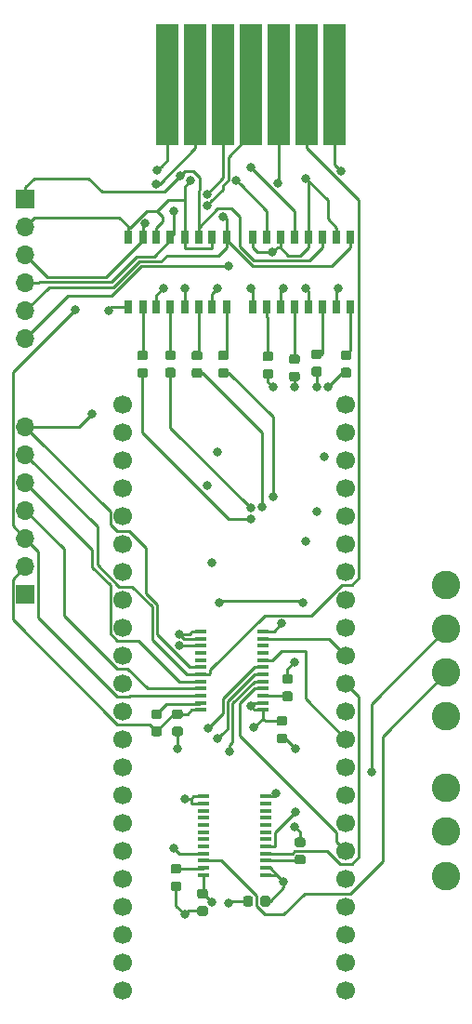
<source format=gbl>
%TF.GenerationSoftware,KiCad,Pcbnew,5.0.2+dfsg1-1*%
%TF.CreationDate,2021-12-28T09:45:32+01:00*%
%TF.ProjectId,GbSwitchFp,47625377-6974-4636-9846-702e6b696361,rev?*%
%TF.SameCoordinates,Original*%
%TF.FileFunction,Copper,L4,Bot*%
%TF.FilePolarity,Positive*%
%FSLAX46Y46*%
G04 Gerber Fmt 4.6, Leading zero omitted, Abs format (unit mm)*
G04 Created by KiCad (PCBNEW 5.0.2+dfsg1-1) date Tue 28 Dec 2021 09:45:32 AM CET*
%MOMM*%
%LPD*%
G01*
G04 APERTURE LIST*
%ADD10C,1.700000*%
%ADD11O,1.700000X1.700000*%
%ADD12R,1.700000X1.700000*%
%ADD13C,0.100000*%
%ADD14C,0.875000*%
%ADD15R,2.000000X11.000000*%
%ADD16C,2.600000*%
%ADD17R,0.800000X1.300000*%
%ADD18R,1.100000X0.400000*%
%ADD19C,0.800000*%
%ADD20C,0.250000*%
G04 APERTURE END LIST*
D10*
X118872000Y-139446000D03*
X118872000Y-136906000D03*
X118872000Y-134366000D03*
X118872000Y-131826000D03*
X118872000Y-129286000D03*
X118872000Y-126746000D03*
X118872000Y-124206000D03*
X118872000Y-121666000D03*
X118872000Y-119126000D03*
X118872000Y-116586000D03*
X118872000Y-114046000D03*
X118872000Y-111506000D03*
X118872000Y-108966000D03*
X118872000Y-106426000D03*
X118872000Y-103886000D03*
X118872000Y-101346000D03*
X118872000Y-98806000D03*
X118872000Y-96266000D03*
X118872000Y-93726000D03*
X118872000Y-91186000D03*
X118872000Y-88646000D03*
X118872000Y-86106000D03*
X139192000Y-86106000D03*
X139192000Y-88646000D03*
X139192000Y-91186000D03*
X139192000Y-93726000D03*
X139192000Y-96266000D03*
X139192000Y-98806000D03*
X139192000Y-101346000D03*
X139192000Y-103886000D03*
X139192000Y-106426000D03*
X139192000Y-108966000D03*
X139192000Y-111506000D03*
X139192000Y-114046000D03*
X139192000Y-116586000D03*
X139192000Y-119126000D03*
X139192000Y-121666000D03*
X139192000Y-124206000D03*
X139192000Y-126746000D03*
X139192000Y-129286000D03*
X139192000Y-131826000D03*
X139192000Y-134366000D03*
X139192000Y-136906000D03*
X139192000Y-139446000D03*
D11*
X109982000Y-80137000D03*
X109982000Y-77597000D03*
X109982000Y-75057000D03*
X109982000Y-72517000D03*
X109982000Y-69977000D03*
D12*
X109982000Y-67437000D03*
D11*
X109982000Y-88138000D03*
X109982000Y-90678000D03*
X109982000Y-93218000D03*
X109982000Y-95758000D03*
X109982000Y-98298000D03*
X109982000Y-100838000D03*
D12*
X109982000Y-103378000D03*
D13*
G36*
X124102691Y-115438553D02*
X124123926Y-115441703D01*
X124144750Y-115446919D01*
X124164962Y-115454151D01*
X124184368Y-115463330D01*
X124202781Y-115474366D01*
X124220024Y-115487154D01*
X124235930Y-115501570D01*
X124250346Y-115517476D01*
X124263134Y-115534719D01*
X124274170Y-115553132D01*
X124283349Y-115572538D01*
X124290581Y-115592750D01*
X124295797Y-115613574D01*
X124298947Y-115634809D01*
X124300000Y-115656250D01*
X124300000Y-116093750D01*
X124298947Y-116115191D01*
X124295797Y-116136426D01*
X124290581Y-116157250D01*
X124283349Y-116177462D01*
X124274170Y-116196868D01*
X124263134Y-116215281D01*
X124250346Y-116232524D01*
X124235930Y-116248430D01*
X124220024Y-116262846D01*
X124202781Y-116275634D01*
X124184368Y-116286670D01*
X124164962Y-116295849D01*
X124144750Y-116303081D01*
X124123926Y-116308297D01*
X124102691Y-116311447D01*
X124081250Y-116312500D01*
X123568750Y-116312500D01*
X123547309Y-116311447D01*
X123526074Y-116308297D01*
X123505250Y-116303081D01*
X123485038Y-116295849D01*
X123465632Y-116286670D01*
X123447219Y-116275634D01*
X123429976Y-116262846D01*
X123414070Y-116248430D01*
X123399654Y-116232524D01*
X123386866Y-116215281D01*
X123375830Y-116196868D01*
X123366651Y-116177462D01*
X123359419Y-116157250D01*
X123354203Y-116136426D01*
X123351053Y-116115191D01*
X123350000Y-116093750D01*
X123350000Y-115656250D01*
X123351053Y-115634809D01*
X123354203Y-115613574D01*
X123359419Y-115592750D01*
X123366651Y-115572538D01*
X123375830Y-115553132D01*
X123386866Y-115534719D01*
X123399654Y-115517476D01*
X123414070Y-115501570D01*
X123429976Y-115487154D01*
X123447219Y-115474366D01*
X123465632Y-115463330D01*
X123485038Y-115454151D01*
X123505250Y-115446919D01*
X123526074Y-115441703D01*
X123547309Y-115438553D01*
X123568750Y-115437500D01*
X124081250Y-115437500D01*
X124102691Y-115438553D01*
X124102691Y-115438553D01*
G37*
D14*
X123825000Y-115875000D03*
D13*
G36*
X124102691Y-113863553D02*
X124123926Y-113866703D01*
X124144750Y-113871919D01*
X124164962Y-113879151D01*
X124184368Y-113888330D01*
X124202781Y-113899366D01*
X124220024Y-113912154D01*
X124235930Y-113926570D01*
X124250346Y-113942476D01*
X124263134Y-113959719D01*
X124274170Y-113978132D01*
X124283349Y-113997538D01*
X124290581Y-114017750D01*
X124295797Y-114038574D01*
X124298947Y-114059809D01*
X124300000Y-114081250D01*
X124300000Y-114518750D01*
X124298947Y-114540191D01*
X124295797Y-114561426D01*
X124290581Y-114582250D01*
X124283349Y-114602462D01*
X124274170Y-114621868D01*
X124263134Y-114640281D01*
X124250346Y-114657524D01*
X124235930Y-114673430D01*
X124220024Y-114687846D01*
X124202781Y-114700634D01*
X124184368Y-114711670D01*
X124164962Y-114720849D01*
X124144750Y-114728081D01*
X124123926Y-114733297D01*
X124102691Y-114736447D01*
X124081250Y-114737500D01*
X123568750Y-114737500D01*
X123547309Y-114736447D01*
X123526074Y-114733297D01*
X123505250Y-114728081D01*
X123485038Y-114720849D01*
X123465632Y-114711670D01*
X123447219Y-114700634D01*
X123429976Y-114687846D01*
X123414070Y-114673430D01*
X123399654Y-114657524D01*
X123386866Y-114640281D01*
X123375830Y-114621868D01*
X123366651Y-114602462D01*
X123359419Y-114582250D01*
X123354203Y-114561426D01*
X123351053Y-114540191D01*
X123350000Y-114518750D01*
X123350000Y-114081250D01*
X123351053Y-114059809D01*
X123354203Y-114038574D01*
X123359419Y-114017750D01*
X123366651Y-113997538D01*
X123375830Y-113978132D01*
X123386866Y-113959719D01*
X123399654Y-113942476D01*
X123414070Y-113926570D01*
X123429976Y-113912154D01*
X123447219Y-113899366D01*
X123465632Y-113888330D01*
X123485038Y-113879151D01*
X123505250Y-113871919D01*
X123526074Y-113866703D01*
X123547309Y-113863553D01*
X123568750Y-113862500D01*
X124081250Y-113862500D01*
X124102691Y-113863553D01*
X124102691Y-113863553D01*
G37*
D14*
X123825000Y-114300000D03*
D13*
G36*
X133627691Y-114498553D02*
X133648926Y-114501703D01*
X133669750Y-114506919D01*
X133689962Y-114514151D01*
X133709368Y-114523330D01*
X133727781Y-114534366D01*
X133745024Y-114547154D01*
X133760930Y-114561570D01*
X133775346Y-114577476D01*
X133788134Y-114594719D01*
X133799170Y-114613132D01*
X133808349Y-114632538D01*
X133815581Y-114652750D01*
X133820797Y-114673574D01*
X133823947Y-114694809D01*
X133825000Y-114716250D01*
X133825000Y-115153750D01*
X133823947Y-115175191D01*
X133820797Y-115196426D01*
X133815581Y-115217250D01*
X133808349Y-115237462D01*
X133799170Y-115256868D01*
X133788134Y-115275281D01*
X133775346Y-115292524D01*
X133760930Y-115308430D01*
X133745024Y-115322846D01*
X133727781Y-115335634D01*
X133709368Y-115346670D01*
X133689962Y-115355849D01*
X133669750Y-115363081D01*
X133648926Y-115368297D01*
X133627691Y-115371447D01*
X133606250Y-115372500D01*
X133093750Y-115372500D01*
X133072309Y-115371447D01*
X133051074Y-115368297D01*
X133030250Y-115363081D01*
X133010038Y-115355849D01*
X132990632Y-115346670D01*
X132972219Y-115335634D01*
X132954976Y-115322846D01*
X132939070Y-115308430D01*
X132924654Y-115292524D01*
X132911866Y-115275281D01*
X132900830Y-115256868D01*
X132891651Y-115237462D01*
X132884419Y-115217250D01*
X132879203Y-115196426D01*
X132876053Y-115175191D01*
X132875000Y-115153750D01*
X132875000Y-114716250D01*
X132876053Y-114694809D01*
X132879203Y-114673574D01*
X132884419Y-114652750D01*
X132891651Y-114632538D01*
X132900830Y-114613132D01*
X132911866Y-114594719D01*
X132924654Y-114577476D01*
X132939070Y-114561570D01*
X132954976Y-114547154D01*
X132972219Y-114534366D01*
X132990632Y-114523330D01*
X133010038Y-114514151D01*
X133030250Y-114506919D01*
X133051074Y-114501703D01*
X133072309Y-114498553D01*
X133093750Y-114497500D01*
X133606250Y-114497500D01*
X133627691Y-114498553D01*
X133627691Y-114498553D01*
G37*
D14*
X133350000Y-114935000D03*
D13*
G36*
X133627691Y-116073553D02*
X133648926Y-116076703D01*
X133669750Y-116081919D01*
X133689962Y-116089151D01*
X133709368Y-116098330D01*
X133727781Y-116109366D01*
X133745024Y-116122154D01*
X133760930Y-116136570D01*
X133775346Y-116152476D01*
X133788134Y-116169719D01*
X133799170Y-116188132D01*
X133808349Y-116207538D01*
X133815581Y-116227750D01*
X133820797Y-116248574D01*
X133823947Y-116269809D01*
X133825000Y-116291250D01*
X133825000Y-116728750D01*
X133823947Y-116750191D01*
X133820797Y-116771426D01*
X133815581Y-116792250D01*
X133808349Y-116812462D01*
X133799170Y-116831868D01*
X133788134Y-116850281D01*
X133775346Y-116867524D01*
X133760930Y-116883430D01*
X133745024Y-116897846D01*
X133727781Y-116910634D01*
X133709368Y-116921670D01*
X133689962Y-116930849D01*
X133669750Y-116938081D01*
X133648926Y-116943297D01*
X133627691Y-116946447D01*
X133606250Y-116947500D01*
X133093750Y-116947500D01*
X133072309Y-116946447D01*
X133051074Y-116943297D01*
X133030250Y-116938081D01*
X133010038Y-116930849D01*
X132990632Y-116921670D01*
X132972219Y-116910634D01*
X132954976Y-116897846D01*
X132939070Y-116883430D01*
X132924654Y-116867524D01*
X132911866Y-116850281D01*
X132900830Y-116831868D01*
X132891651Y-116812462D01*
X132884419Y-116792250D01*
X132879203Y-116771426D01*
X132876053Y-116750191D01*
X132875000Y-116728750D01*
X132875000Y-116291250D01*
X132876053Y-116269809D01*
X132879203Y-116248574D01*
X132884419Y-116227750D01*
X132891651Y-116207538D01*
X132900830Y-116188132D01*
X132911866Y-116169719D01*
X132924654Y-116152476D01*
X132939070Y-116136570D01*
X132954976Y-116122154D01*
X132972219Y-116109366D01*
X132990632Y-116098330D01*
X133010038Y-116089151D01*
X133030250Y-116081919D01*
X133051074Y-116076703D01*
X133072309Y-116073553D01*
X133093750Y-116072500D01*
X133606250Y-116072500D01*
X133627691Y-116073553D01*
X133627691Y-116073553D01*
G37*
D14*
X133350000Y-116510000D03*
D13*
G36*
X126388691Y-131786553D02*
X126409926Y-131789703D01*
X126430750Y-131794919D01*
X126450962Y-131802151D01*
X126470368Y-131811330D01*
X126488781Y-131822366D01*
X126506024Y-131835154D01*
X126521930Y-131849570D01*
X126536346Y-131865476D01*
X126549134Y-131882719D01*
X126560170Y-131901132D01*
X126569349Y-131920538D01*
X126576581Y-131940750D01*
X126581797Y-131961574D01*
X126584947Y-131982809D01*
X126586000Y-132004250D01*
X126586000Y-132441750D01*
X126584947Y-132463191D01*
X126581797Y-132484426D01*
X126576581Y-132505250D01*
X126569349Y-132525462D01*
X126560170Y-132544868D01*
X126549134Y-132563281D01*
X126536346Y-132580524D01*
X126521930Y-132596430D01*
X126506024Y-132610846D01*
X126488781Y-132623634D01*
X126470368Y-132634670D01*
X126450962Y-132643849D01*
X126430750Y-132651081D01*
X126409926Y-132656297D01*
X126388691Y-132659447D01*
X126367250Y-132660500D01*
X125854750Y-132660500D01*
X125833309Y-132659447D01*
X125812074Y-132656297D01*
X125791250Y-132651081D01*
X125771038Y-132643849D01*
X125751632Y-132634670D01*
X125733219Y-132623634D01*
X125715976Y-132610846D01*
X125700070Y-132596430D01*
X125685654Y-132580524D01*
X125672866Y-132563281D01*
X125661830Y-132544868D01*
X125652651Y-132525462D01*
X125645419Y-132505250D01*
X125640203Y-132484426D01*
X125637053Y-132463191D01*
X125636000Y-132441750D01*
X125636000Y-132004250D01*
X125637053Y-131982809D01*
X125640203Y-131961574D01*
X125645419Y-131940750D01*
X125652651Y-131920538D01*
X125661830Y-131901132D01*
X125672866Y-131882719D01*
X125685654Y-131865476D01*
X125700070Y-131849570D01*
X125715976Y-131835154D01*
X125733219Y-131822366D01*
X125751632Y-131811330D01*
X125771038Y-131802151D01*
X125791250Y-131794919D01*
X125812074Y-131789703D01*
X125833309Y-131786553D01*
X125854750Y-131785500D01*
X126367250Y-131785500D01*
X126388691Y-131786553D01*
X126388691Y-131786553D01*
G37*
D14*
X126111000Y-132223000D03*
D13*
G36*
X126388691Y-130211553D02*
X126409926Y-130214703D01*
X126430750Y-130219919D01*
X126450962Y-130227151D01*
X126470368Y-130236330D01*
X126488781Y-130247366D01*
X126506024Y-130260154D01*
X126521930Y-130274570D01*
X126536346Y-130290476D01*
X126549134Y-130307719D01*
X126560170Y-130326132D01*
X126569349Y-130345538D01*
X126576581Y-130365750D01*
X126581797Y-130386574D01*
X126584947Y-130407809D01*
X126586000Y-130429250D01*
X126586000Y-130866750D01*
X126584947Y-130888191D01*
X126581797Y-130909426D01*
X126576581Y-130930250D01*
X126569349Y-130950462D01*
X126560170Y-130969868D01*
X126549134Y-130988281D01*
X126536346Y-131005524D01*
X126521930Y-131021430D01*
X126506024Y-131035846D01*
X126488781Y-131048634D01*
X126470368Y-131059670D01*
X126450962Y-131068849D01*
X126430750Y-131076081D01*
X126409926Y-131081297D01*
X126388691Y-131084447D01*
X126367250Y-131085500D01*
X125854750Y-131085500D01*
X125833309Y-131084447D01*
X125812074Y-131081297D01*
X125791250Y-131076081D01*
X125771038Y-131068849D01*
X125751632Y-131059670D01*
X125733219Y-131048634D01*
X125715976Y-131035846D01*
X125700070Y-131021430D01*
X125685654Y-131005524D01*
X125672866Y-130988281D01*
X125661830Y-130969868D01*
X125652651Y-130950462D01*
X125645419Y-130930250D01*
X125640203Y-130909426D01*
X125637053Y-130888191D01*
X125636000Y-130866750D01*
X125636000Y-130429250D01*
X125637053Y-130407809D01*
X125640203Y-130386574D01*
X125645419Y-130365750D01*
X125652651Y-130345538D01*
X125661830Y-130326132D01*
X125672866Y-130307719D01*
X125685654Y-130290476D01*
X125700070Y-130274570D01*
X125715976Y-130260154D01*
X125733219Y-130247366D01*
X125751632Y-130236330D01*
X125771038Y-130227151D01*
X125791250Y-130219919D01*
X125812074Y-130214703D01*
X125833309Y-130211553D01*
X125854750Y-130210500D01*
X126367250Y-130210500D01*
X126388691Y-130211553D01*
X126388691Y-130211553D01*
G37*
D14*
X126111000Y-130648000D03*
D13*
G36*
X132066191Y-130860053D02*
X132087426Y-130863203D01*
X132108250Y-130868419D01*
X132128462Y-130875651D01*
X132147868Y-130884830D01*
X132166281Y-130895866D01*
X132183524Y-130908654D01*
X132199430Y-130923070D01*
X132213846Y-130938976D01*
X132226634Y-130956219D01*
X132237670Y-130974632D01*
X132246849Y-130994038D01*
X132254081Y-131014250D01*
X132259297Y-131035074D01*
X132262447Y-131056309D01*
X132263500Y-131077750D01*
X132263500Y-131590250D01*
X132262447Y-131611691D01*
X132259297Y-131632926D01*
X132254081Y-131653750D01*
X132246849Y-131673962D01*
X132237670Y-131693368D01*
X132226634Y-131711781D01*
X132213846Y-131729024D01*
X132199430Y-131744930D01*
X132183524Y-131759346D01*
X132166281Y-131772134D01*
X132147868Y-131783170D01*
X132128462Y-131792349D01*
X132108250Y-131799581D01*
X132087426Y-131804797D01*
X132066191Y-131807947D01*
X132044750Y-131809000D01*
X131607250Y-131809000D01*
X131585809Y-131807947D01*
X131564574Y-131804797D01*
X131543750Y-131799581D01*
X131523538Y-131792349D01*
X131504132Y-131783170D01*
X131485719Y-131772134D01*
X131468476Y-131759346D01*
X131452570Y-131744930D01*
X131438154Y-131729024D01*
X131425366Y-131711781D01*
X131414330Y-131693368D01*
X131405151Y-131673962D01*
X131397919Y-131653750D01*
X131392703Y-131632926D01*
X131389553Y-131611691D01*
X131388500Y-131590250D01*
X131388500Y-131077750D01*
X131389553Y-131056309D01*
X131392703Y-131035074D01*
X131397919Y-131014250D01*
X131405151Y-130994038D01*
X131414330Y-130974632D01*
X131425366Y-130956219D01*
X131438154Y-130938976D01*
X131452570Y-130923070D01*
X131468476Y-130908654D01*
X131485719Y-130895866D01*
X131504132Y-130884830D01*
X131523538Y-130875651D01*
X131543750Y-130868419D01*
X131564574Y-130863203D01*
X131585809Y-130860053D01*
X131607250Y-130859000D01*
X132044750Y-130859000D01*
X132066191Y-130860053D01*
X132066191Y-130860053D01*
G37*
D14*
X131826000Y-131334000D03*
D13*
G36*
X130491191Y-130860053D02*
X130512426Y-130863203D01*
X130533250Y-130868419D01*
X130553462Y-130875651D01*
X130572868Y-130884830D01*
X130591281Y-130895866D01*
X130608524Y-130908654D01*
X130624430Y-130923070D01*
X130638846Y-130938976D01*
X130651634Y-130956219D01*
X130662670Y-130974632D01*
X130671849Y-130994038D01*
X130679081Y-131014250D01*
X130684297Y-131035074D01*
X130687447Y-131056309D01*
X130688500Y-131077750D01*
X130688500Y-131590250D01*
X130687447Y-131611691D01*
X130684297Y-131632926D01*
X130679081Y-131653750D01*
X130671849Y-131673962D01*
X130662670Y-131693368D01*
X130651634Y-131711781D01*
X130638846Y-131729024D01*
X130624430Y-131744930D01*
X130608524Y-131759346D01*
X130591281Y-131772134D01*
X130572868Y-131783170D01*
X130553462Y-131792349D01*
X130533250Y-131799581D01*
X130512426Y-131804797D01*
X130491191Y-131807947D01*
X130469750Y-131809000D01*
X130032250Y-131809000D01*
X130010809Y-131807947D01*
X129989574Y-131804797D01*
X129968750Y-131799581D01*
X129948538Y-131792349D01*
X129929132Y-131783170D01*
X129910719Y-131772134D01*
X129893476Y-131759346D01*
X129877570Y-131744930D01*
X129863154Y-131729024D01*
X129850366Y-131711781D01*
X129839330Y-131693368D01*
X129830151Y-131673962D01*
X129822919Y-131653750D01*
X129817703Y-131632926D01*
X129814553Y-131611691D01*
X129813500Y-131590250D01*
X129813500Y-131077750D01*
X129814553Y-131056309D01*
X129817703Y-131035074D01*
X129822919Y-131014250D01*
X129830151Y-130994038D01*
X129839330Y-130974632D01*
X129850366Y-130956219D01*
X129863154Y-130938976D01*
X129877570Y-130923070D01*
X129893476Y-130908654D01*
X129910719Y-130895866D01*
X129929132Y-130884830D01*
X129948538Y-130875651D01*
X129968750Y-130868419D01*
X129989574Y-130863203D01*
X130010809Y-130860053D01*
X130032250Y-130859000D01*
X130469750Y-130859000D01*
X130491191Y-130860053D01*
X130491191Y-130860053D01*
G37*
D14*
X130251000Y-131334000D03*
D15*
X122916000Y-57023000D03*
X125456000Y-57023000D03*
X127996000Y-57023000D03*
X130556000Y-57023000D03*
X133076000Y-57023000D03*
X135616000Y-57023000D03*
X138156000Y-57023000D03*
D16*
X148336000Y-129031000D03*
X148336000Y-125031000D03*
X148336000Y-121031000D03*
X148336000Y-114531000D03*
X148336000Y-110531000D03*
X148336000Y-106531000D03*
X148336000Y-102531000D03*
D17*
X128280000Y-70916000D03*
X127000000Y-70916000D03*
X125740000Y-70916000D03*
X124470000Y-70916000D03*
X123190000Y-70916000D03*
X121920000Y-70916000D03*
X120660000Y-70916000D03*
X119380000Y-70916000D03*
X119380000Y-77216000D03*
X120660000Y-77216000D03*
X121920000Y-77216000D03*
X123190000Y-77216000D03*
X124470000Y-77216000D03*
X125740000Y-77216000D03*
X127000000Y-77216000D03*
X128280000Y-77216000D03*
X139573000Y-77216000D03*
X138293000Y-77216000D03*
X137033000Y-77216000D03*
X135763000Y-77216000D03*
X134483000Y-77216000D03*
X133213000Y-77216000D03*
X131953000Y-77216000D03*
X130673000Y-77216000D03*
X130673000Y-70916000D03*
X131953000Y-70916000D03*
X133213000Y-70916000D03*
X134483000Y-70916000D03*
X135763000Y-70916000D03*
X137033000Y-70916000D03*
X138293000Y-70916000D03*
X139573000Y-70916000D03*
D18*
X131628000Y-113938000D03*
X131628000Y-113288000D03*
X131628000Y-112638000D03*
X131628000Y-111988000D03*
X131628000Y-111338000D03*
X131628000Y-110688000D03*
X131628000Y-110038000D03*
X131628000Y-109388000D03*
X131628000Y-108738000D03*
X131628000Y-108088000D03*
X131628000Y-107438000D03*
X131628000Y-106788000D03*
X125928000Y-106788000D03*
X125928000Y-107438000D03*
X125928000Y-108088000D03*
X125928000Y-108738000D03*
X125928000Y-109388000D03*
X125928000Y-110038000D03*
X125928000Y-110688000D03*
X125928000Y-111338000D03*
X125928000Y-111988000D03*
X125928000Y-112638000D03*
X125928000Y-113288000D03*
X125928000Y-113938000D03*
X126182000Y-128940000D03*
X126182000Y-128290000D03*
X126182000Y-127640000D03*
X126182000Y-126990000D03*
X126182000Y-126340000D03*
X126182000Y-125690000D03*
X126182000Y-125040000D03*
X126182000Y-124390000D03*
X126182000Y-123740000D03*
X126182000Y-123090000D03*
X126182000Y-122440000D03*
X126182000Y-121790000D03*
X131882000Y-121790000D03*
X131882000Y-122440000D03*
X131882000Y-123090000D03*
X131882000Y-123740000D03*
X131882000Y-124390000D03*
X131882000Y-125040000D03*
X131882000Y-125690000D03*
X131882000Y-126340000D03*
X131882000Y-126990000D03*
X131882000Y-127640000D03*
X131882000Y-128290000D03*
X131882000Y-128940000D03*
D13*
G36*
X134770691Y-81554553D02*
X134791926Y-81557703D01*
X134812750Y-81562919D01*
X134832962Y-81570151D01*
X134852368Y-81579330D01*
X134870781Y-81590366D01*
X134888024Y-81603154D01*
X134903930Y-81617570D01*
X134918346Y-81633476D01*
X134931134Y-81650719D01*
X134942170Y-81669132D01*
X134951349Y-81688538D01*
X134958581Y-81708750D01*
X134963797Y-81729574D01*
X134966947Y-81750809D01*
X134968000Y-81772250D01*
X134968000Y-82209750D01*
X134966947Y-82231191D01*
X134963797Y-82252426D01*
X134958581Y-82273250D01*
X134951349Y-82293462D01*
X134942170Y-82312868D01*
X134931134Y-82331281D01*
X134918346Y-82348524D01*
X134903930Y-82364430D01*
X134888024Y-82378846D01*
X134870781Y-82391634D01*
X134852368Y-82402670D01*
X134832962Y-82411849D01*
X134812750Y-82419081D01*
X134791926Y-82424297D01*
X134770691Y-82427447D01*
X134749250Y-82428500D01*
X134236750Y-82428500D01*
X134215309Y-82427447D01*
X134194074Y-82424297D01*
X134173250Y-82419081D01*
X134153038Y-82411849D01*
X134133632Y-82402670D01*
X134115219Y-82391634D01*
X134097976Y-82378846D01*
X134082070Y-82364430D01*
X134067654Y-82348524D01*
X134054866Y-82331281D01*
X134043830Y-82312868D01*
X134034651Y-82293462D01*
X134027419Y-82273250D01*
X134022203Y-82252426D01*
X134019053Y-82231191D01*
X134018000Y-82209750D01*
X134018000Y-81772250D01*
X134019053Y-81750809D01*
X134022203Y-81729574D01*
X134027419Y-81708750D01*
X134034651Y-81688538D01*
X134043830Y-81669132D01*
X134054866Y-81650719D01*
X134067654Y-81633476D01*
X134082070Y-81617570D01*
X134097976Y-81603154D01*
X134115219Y-81590366D01*
X134133632Y-81579330D01*
X134153038Y-81570151D01*
X134173250Y-81562919D01*
X134194074Y-81557703D01*
X134215309Y-81554553D01*
X134236750Y-81553500D01*
X134749250Y-81553500D01*
X134770691Y-81554553D01*
X134770691Y-81554553D01*
G37*
D14*
X134493000Y-81991000D03*
D13*
G36*
X134770691Y-83129553D02*
X134791926Y-83132703D01*
X134812750Y-83137919D01*
X134832962Y-83145151D01*
X134852368Y-83154330D01*
X134870781Y-83165366D01*
X134888024Y-83178154D01*
X134903930Y-83192570D01*
X134918346Y-83208476D01*
X134931134Y-83225719D01*
X134942170Y-83244132D01*
X134951349Y-83263538D01*
X134958581Y-83283750D01*
X134963797Y-83304574D01*
X134966947Y-83325809D01*
X134968000Y-83347250D01*
X134968000Y-83784750D01*
X134966947Y-83806191D01*
X134963797Y-83827426D01*
X134958581Y-83848250D01*
X134951349Y-83868462D01*
X134942170Y-83887868D01*
X134931134Y-83906281D01*
X134918346Y-83923524D01*
X134903930Y-83939430D01*
X134888024Y-83953846D01*
X134870781Y-83966634D01*
X134852368Y-83977670D01*
X134832962Y-83986849D01*
X134812750Y-83994081D01*
X134791926Y-83999297D01*
X134770691Y-84002447D01*
X134749250Y-84003500D01*
X134236750Y-84003500D01*
X134215309Y-84002447D01*
X134194074Y-83999297D01*
X134173250Y-83994081D01*
X134153038Y-83986849D01*
X134133632Y-83977670D01*
X134115219Y-83966634D01*
X134097976Y-83953846D01*
X134082070Y-83939430D01*
X134067654Y-83923524D01*
X134054866Y-83906281D01*
X134043830Y-83887868D01*
X134034651Y-83868462D01*
X134027419Y-83848250D01*
X134022203Y-83827426D01*
X134019053Y-83806191D01*
X134018000Y-83784750D01*
X134018000Y-83347250D01*
X134019053Y-83325809D01*
X134022203Y-83304574D01*
X134027419Y-83283750D01*
X134034651Y-83263538D01*
X134043830Y-83244132D01*
X134054866Y-83225719D01*
X134067654Y-83208476D01*
X134082070Y-83192570D01*
X134097976Y-83178154D01*
X134115219Y-83165366D01*
X134133632Y-83154330D01*
X134153038Y-83145151D01*
X134173250Y-83137919D01*
X134194074Y-83132703D01*
X134215309Y-83129553D01*
X134236750Y-83128500D01*
X134749250Y-83128500D01*
X134770691Y-83129553D01*
X134770691Y-83129553D01*
G37*
D14*
X134493000Y-83566000D03*
D13*
G36*
X136787691Y-82678553D02*
X136808926Y-82681703D01*
X136829750Y-82686919D01*
X136849962Y-82694151D01*
X136869368Y-82703330D01*
X136887781Y-82714366D01*
X136905024Y-82727154D01*
X136920930Y-82741570D01*
X136935346Y-82757476D01*
X136948134Y-82774719D01*
X136959170Y-82793132D01*
X136968349Y-82812538D01*
X136975581Y-82832750D01*
X136980797Y-82853574D01*
X136983947Y-82874809D01*
X136985000Y-82896250D01*
X136985000Y-83333750D01*
X136983947Y-83355191D01*
X136980797Y-83376426D01*
X136975581Y-83397250D01*
X136968349Y-83417462D01*
X136959170Y-83436868D01*
X136948134Y-83455281D01*
X136935346Y-83472524D01*
X136920930Y-83488430D01*
X136905024Y-83502846D01*
X136887781Y-83515634D01*
X136869368Y-83526670D01*
X136849962Y-83535849D01*
X136829750Y-83543081D01*
X136808926Y-83548297D01*
X136787691Y-83551447D01*
X136766250Y-83552500D01*
X136253750Y-83552500D01*
X136232309Y-83551447D01*
X136211074Y-83548297D01*
X136190250Y-83543081D01*
X136170038Y-83535849D01*
X136150632Y-83526670D01*
X136132219Y-83515634D01*
X136114976Y-83502846D01*
X136099070Y-83488430D01*
X136084654Y-83472524D01*
X136071866Y-83455281D01*
X136060830Y-83436868D01*
X136051651Y-83417462D01*
X136044419Y-83397250D01*
X136039203Y-83376426D01*
X136036053Y-83355191D01*
X136035000Y-83333750D01*
X136035000Y-82896250D01*
X136036053Y-82874809D01*
X136039203Y-82853574D01*
X136044419Y-82832750D01*
X136051651Y-82812538D01*
X136060830Y-82793132D01*
X136071866Y-82774719D01*
X136084654Y-82757476D01*
X136099070Y-82741570D01*
X136114976Y-82727154D01*
X136132219Y-82714366D01*
X136150632Y-82703330D01*
X136170038Y-82694151D01*
X136190250Y-82686919D01*
X136211074Y-82681703D01*
X136232309Y-82678553D01*
X136253750Y-82677500D01*
X136766250Y-82677500D01*
X136787691Y-82678553D01*
X136787691Y-82678553D01*
G37*
D14*
X136510000Y-83115000D03*
D13*
G36*
X136787691Y-81103553D02*
X136808926Y-81106703D01*
X136829750Y-81111919D01*
X136849962Y-81119151D01*
X136869368Y-81128330D01*
X136887781Y-81139366D01*
X136905024Y-81152154D01*
X136920930Y-81166570D01*
X136935346Y-81182476D01*
X136948134Y-81199719D01*
X136959170Y-81218132D01*
X136968349Y-81237538D01*
X136975581Y-81257750D01*
X136980797Y-81278574D01*
X136983947Y-81299809D01*
X136985000Y-81321250D01*
X136985000Y-81758750D01*
X136983947Y-81780191D01*
X136980797Y-81801426D01*
X136975581Y-81822250D01*
X136968349Y-81842462D01*
X136959170Y-81861868D01*
X136948134Y-81880281D01*
X136935346Y-81897524D01*
X136920930Y-81913430D01*
X136905024Y-81927846D01*
X136887781Y-81940634D01*
X136869368Y-81951670D01*
X136849962Y-81960849D01*
X136829750Y-81968081D01*
X136808926Y-81973297D01*
X136787691Y-81976447D01*
X136766250Y-81977500D01*
X136253750Y-81977500D01*
X136232309Y-81976447D01*
X136211074Y-81973297D01*
X136190250Y-81968081D01*
X136170038Y-81960849D01*
X136150632Y-81951670D01*
X136132219Y-81940634D01*
X136114976Y-81927846D01*
X136099070Y-81913430D01*
X136084654Y-81897524D01*
X136071866Y-81880281D01*
X136060830Y-81861868D01*
X136051651Y-81842462D01*
X136044419Y-81822250D01*
X136039203Y-81801426D01*
X136036053Y-81780191D01*
X136035000Y-81758750D01*
X136035000Y-81321250D01*
X136036053Y-81299809D01*
X136039203Y-81278574D01*
X136044419Y-81257750D01*
X136051651Y-81237538D01*
X136060830Y-81218132D01*
X136071866Y-81199719D01*
X136084654Y-81182476D01*
X136099070Y-81166570D01*
X136114976Y-81152154D01*
X136132219Y-81139366D01*
X136150632Y-81128330D01*
X136170038Y-81119151D01*
X136190250Y-81111919D01*
X136211074Y-81106703D01*
X136232309Y-81103553D01*
X136253750Y-81102500D01*
X136766250Y-81102500D01*
X136787691Y-81103553D01*
X136787691Y-81103553D01*
G37*
D14*
X136510000Y-81540000D03*
D13*
G36*
X139469691Y-81199053D02*
X139490926Y-81202203D01*
X139511750Y-81207419D01*
X139531962Y-81214651D01*
X139551368Y-81223830D01*
X139569781Y-81234866D01*
X139587024Y-81247654D01*
X139602930Y-81262070D01*
X139617346Y-81277976D01*
X139630134Y-81295219D01*
X139641170Y-81313632D01*
X139650349Y-81333038D01*
X139657581Y-81353250D01*
X139662797Y-81374074D01*
X139665947Y-81395309D01*
X139667000Y-81416750D01*
X139667000Y-81854250D01*
X139665947Y-81875691D01*
X139662797Y-81896926D01*
X139657581Y-81917750D01*
X139650349Y-81937962D01*
X139641170Y-81957368D01*
X139630134Y-81975781D01*
X139617346Y-81993024D01*
X139602930Y-82008930D01*
X139587024Y-82023346D01*
X139569781Y-82036134D01*
X139551368Y-82047170D01*
X139531962Y-82056349D01*
X139511750Y-82063581D01*
X139490926Y-82068797D01*
X139469691Y-82071947D01*
X139448250Y-82073000D01*
X138935750Y-82073000D01*
X138914309Y-82071947D01*
X138893074Y-82068797D01*
X138872250Y-82063581D01*
X138852038Y-82056349D01*
X138832632Y-82047170D01*
X138814219Y-82036134D01*
X138796976Y-82023346D01*
X138781070Y-82008930D01*
X138766654Y-81993024D01*
X138753866Y-81975781D01*
X138742830Y-81957368D01*
X138733651Y-81937962D01*
X138726419Y-81917750D01*
X138721203Y-81896926D01*
X138718053Y-81875691D01*
X138717000Y-81854250D01*
X138717000Y-81416750D01*
X138718053Y-81395309D01*
X138721203Y-81374074D01*
X138726419Y-81353250D01*
X138733651Y-81333038D01*
X138742830Y-81313632D01*
X138753866Y-81295219D01*
X138766654Y-81277976D01*
X138781070Y-81262070D01*
X138796976Y-81247654D01*
X138814219Y-81234866D01*
X138832632Y-81223830D01*
X138852038Y-81214651D01*
X138872250Y-81207419D01*
X138893074Y-81202203D01*
X138914309Y-81199053D01*
X138935750Y-81198000D01*
X139448250Y-81198000D01*
X139469691Y-81199053D01*
X139469691Y-81199053D01*
G37*
D14*
X139192000Y-81635500D03*
D13*
G36*
X139469691Y-82774053D02*
X139490926Y-82777203D01*
X139511750Y-82782419D01*
X139531962Y-82789651D01*
X139551368Y-82798830D01*
X139569781Y-82809866D01*
X139587024Y-82822654D01*
X139602930Y-82837070D01*
X139617346Y-82852976D01*
X139630134Y-82870219D01*
X139641170Y-82888632D01*
X139650349Y-82908038D01*
X139657581Y-82928250D01*
X139662797Y-82949074D01*
X139665947Y-82970309D01*
X139667000Y-82991750D01*
X139667000Y-83429250D01*
X139665947Y-83450691D01*
X139662797Y-83471926D01*
X139657581Y-83492750D01*
X139650349Y-83512962D01*
X139641170Y-83532368D01*
X139630134Y-83550781D01*
X139617346Y-83568024D01*
X139602930Y-83583930D01*
X139587024Y-83598346D01*
X139569781Y-83611134D01*
X139551368Y-83622170D01*
X139531962Y-83631349D01*
X139511750Y-83638581D01*
X139490926Y-83643797D01*
X139469691Y-83646947D01*
X139448250Y-83648000D01*
X138935750Y-83648000D01*
X138914309Y-83646947D01*
X138893074Y-83643797D01*
X138872250Y-83638581D01*
X138852038Y-83631349D01*
X138832632Y-83622170D01*
X138814219Y-83611134D01*
X138796976Y-83598346D01*
X138781070Y-83583930D01*
X138766654Y-83568024D01*
X138753866Y-83550781D01*
X138742830Y-83532368D01*
X138733651Y-83512962D01*
X138726419Y-83492750D01*
X138721203Y-83471926D01*
X138718053Y-83450691D01*
X138717000Y-83429250D01*
X138717000Y-82991750D01*
X138718053Y-82970309D01*
X138721203Y-82949074D01*
X138726419Y-82928250D01*
X138733651Y-82908038D01*
X138742830Y-82888632D01*
X138753866Y-82870219D01*
X138766654Y-82852976D01*
X138781070Y-82837070D01*
X138796976Y-82822654D01*
X138814219Y-82809866D01*
X138832632Y-82798830D01*
X138852038Y-82789651D01*
X138872250Y-82782419D01*
X138893074Y-82777203D01*
X138914309Y-82774053D01*
X138935750Y-82773000D01*
X139448250Y-82773000D01*
X139469691Y-82774053D01*
X139469691Y-82774053D01*
G37*
D14*
X139192000Y-83210500D03*
D13*
G36*
X134135691Y-112238053D02*
X134156926Y-112241203D01*
X134177750Y-112246419D01*
X134197962Y-112253651D01*
X134217368Y-112262830D01*
X134235781Y-112273866D01*
X134253024Y-112286654D01*
X134268930Y-112301070D01*
X134283346Y-112316976D01*
X134296134Y-112334219D01*
X134307170Y-112352632D01*
X134316349Y-112372038D01*
X134323581Y-112392250D01*
X134328797Y-112413074D01*
X134331947Y-112434309D01*
X134333000Y-112455750D01*
X134333000Y-112893250D01*
X134331947Y-112914691D01*
X134328797Y-112935926D01*
X134323581Y-112956750D01*
X134316349Y-112976962D01*
X134307170Y-112996368D01*
X134296134Y-113014781D01*
X134283346Y-113032024D01*
X134268930Y-113047930D01*
X134253024Y-113062346D01*
X134235781Y-113075134D01*
X134217368Y-113086170D01*
X134197962Y-113095349D01*
X134177750Y-113102581D01*
X134156926Y-113107797D01*
X134135691Y-113110947D01*
X134114250Y-113112000D01*
X133601750Y-113112000D01*
X133580309Y-113110947D01*
X133559074Y-113107797D01*
X133538250Y-113102581D01*
X133518038Y-113095349D01*
X133498632Y-113086170D01*
X133480219Y-113075134D01*
X133462976Y-113062346D01*
X133447070Y-113047930D01*
X133432654Y-113032024D01*
X133419866Y-113014781D01*
X133408830Y-112996368D01*
X133399651Y-112976962D01*
X133392419Y-112956750D01*
X133387203Y-112935926D01*
X133384053Y-112914691D01*
X133383000Y-112893250D01*
X133383000Y-112455750D01*
X133384053Y-112434309D01*
X133387203Y-112413074D01*
X133392419Y-112392250D01*
X133399651Y-112372038D01*
X133408830Y-112352632D01*
X133419866Y-112334219D01*
X133432654Y-112316976D01*
X133447070Y-112301070D01*
X133462976Y-112286654D01*
X133480219Y-112273866D01*
X133498632Y-112262830D01*
X133518038Y-112253651D01*
X133538250Y-112246419D01*
X133559074Y-112241203D01*
X133580309Y-112238053D01*
X133601750Y-112237000D01*
X134114250Y-112237000D01*
X134135691Y-112238053D01*
X134135691Y-112238053D01*
G37*
D14*
X133858000Y-112674500D03*
D13*
G36*
X134135691Y-110663053D02*
X134156926Y-110666203D01*
X134177750Y-110671419D01*
X134197962Y-110678651D01*
X134217368Y-110687830D01*
X134235781Y-110698866D01*
X134253024Y-110711654D01*
X134268930Y-110726070D01*
X134283346Y-110741976D01*
X134296134Y-110759219D01*
X134307170Y-110777632D01*
X134316349Y-110797038D01*
X134323581Y-110817250D01*
X134328797Y-110838074D01*
X134331947Y-110859309D01*
X134333000Y-110880750D01*
X134333000Y-111318250D01*
X134331947Y-111339691D01*
X134328797Y-111360926D01*
X134323581Y-111381750D01*
X134316349Y-111401962D01*
X134307170Y-111421368D01*
X134296134Y-111439781D01*
X134283346Y-111457024D01*
X134268930Y-111472930D01*
X134253024Y-111487346D01*
X134235781Y-111500134D01*
X134217368Y-111511170D01*
X134197962Y-111520349D01*
X134177750Y-111527581D01*
X134156926Y-111532797D01*
X134135691Y-111535947D01*
X134114250Y-111537000D01*
X133601750Y-111537000D01*
X133580309Y-111535947D01*
X133559074Y-111532797D01*
X133538250Y-111527581D01*
X133518038Y-111520349D01*
X133498632Y-111511170D01*
X133480219Y-111500134D01*
X133462976Y-111487346D01*
X133447070Y-111472930D01*
X133432654Y-111457024D01*
X133419866Y-111439781D01*
X133408830Y-111421368D01*
X133399651Y-111401962D01*
X133392419Y-111381750D01*
X133387203Y-111360926D01*
X133384053Y-111339691D01*
X133383000Y-111318250D01*
X133383000Y-110880750D01*
X133384053Y-110859309D01*
X133387203Y-110838074D01*
X133392419Y-110817250D01*
X133399651Y-110797038D01*
X133408830Y-110777632D01*
X133419866Y-110759219D01*
X133432654Y-110741976D01*
X133447070Y-110726070D01*
X133462976Y-110711654D01*
X133480219Y-110698866D01*
X133498632Y-110687830D01*
X133518038Y-110678651D01*
X133538250Y-110671419D01*
X133559074Y-110666203D01*
X133580309Y-110663053D01*
X133601750Y-110662000D01*
X134114250Y-110662000D01*
X134135691Y-110663053D01*
X134135691Y-110663053D01*
G37*
D14*
X133858000Y-111099500D03*
D13*
G36*
X122197691Y-115438553D02*
X122218926Y-115441703D01*
X122239750Y-115446919D01*
X122259962Y-115454151D01*
X122279368Y-115463330D01*
X122297781Y-115474366D01*
X122315024Y-115487154D01*
X122330930Y-115501570D01*
X122345346Y-115517476D01*
X122358134Y-115534719D01*
X122369170Y-115553132D01*
X122378349Y-115572538D01*
X122385581Y-115592750D01*
X122390797Y-115613574D01*
X122393947Y-115634809D01*
X122395000Y-115656250D01*
X122395000Y-116093750D01*
X122393947Y-116115191D01*
X122390797Y-116136426D01*
X122385581Y-116157250D01*
X122378349Y-116177462D01*
X122369170Y-116196868D01*
X122358134Y-116215281D01*
X122345346Y-116232524D01*
X122330930Y-116248430D01*
X122315024Y-116262846D01*
X122297781Y-116275634D01*
X122279368Y-116286670D01*
X122259962Y-116295849D01*
X122239750Y-116303081D01*
X122218926Y-116308297D01*
X122197691Y-116311447D01*
X122176250Y-116312500D01*
X121663750Y-116312500D01*
X121642309Y-116311447D01*
X121621074Y-116308297D01*
X121600250Y-116303081D01*
X121580038Y-116295849D01*
X121560632Y-116286670D01*
X121542219Y-116275634D01*
X121524976Y-116262846D01*
X121509070Y-116248430D01*
X121494654Y-116232524D01*
X121481866Y-116215281D01*
X121470830Y-116196868D01*
X121461651Y-116177462D01*
X121454419Y-116157250D01*
X121449203Y-116136426D01*
X121446053Y-116115191D01*
X121445000Y-116093750D01*
X121445000Y-115656250D01*
X121446053Y-115634809D01*
X121449203Y-115613574D01*
X121454419Y-115592750D01*
X121461651Y-115572538D01*
X121470830Y-115553132D01*
X121481866Y-115534719D01*
X121494654Y-115517476D01*
X121509070Y-115501570D01*
X121524976Y-115487154D01*
X121542219Y-115474366D01*
X121560632Y-115463330D01*
X121580038Y-115454151D01*
X121600250Y-115446919D01*
X121621074Y-115441703D01*
X121642309Y-115438553D01*
X121663750Y-115437500D01*
X122176250Y-115437500D01*
X122197691Y-115438553D01*
X122197691Y-115438553D01*
G37*
D14*
X121920000Y-115875000D03*
D13*
G36*
X122197691Y-113863553D02*
X122218926Y-113866703D01*
X122239750Y-113871919D01*
X122259962Y-113879151D01*
X122279368Y-113888330D01*
X122297781Y-113899366D01*
X122315024Y-113912154D01*
X122330930Y-113926570D01*
X122345346Y-113942476D01*
X122358134Y-113959719D01*
X122369170Y-113978132D01*
X122378349Y-113997538D01*
X122385581Y-114017750D01*
X122390797Y-114038574D01*
X122393947Y-114059809D01*
X122395000Y-114081250D01*
X122395000Y-114518750D01*
X122393947Y-114540191D01*
X122390797Y-114561426D01*
X122385581Y-114582250D01*
X122378349Y-114602462D01*
X122369170Y-114621868D01*
X122358134Y-114640281D01*
X122345346Y-114657524D01*
X122330930Y-114673430D01*
X122315024Y-114687846D01*
X122297781Y-114700634D01*
X122279368Y-114711670D01*
X122259962Y-114720849D01*
X122239750Y-114728081D01*
X122218926Y-114733297D01*
X122197691Y-114736447D01*
X122176250Y-114737500D01*
X121663750Y-114737500D01*
X121642309Y-114736447D01*
X121621074Y-114733297D01*
X121600250Y-114728081D01*
X121580038Y-114720849D01*
X121560632Y-114711670D01*
X121542219Y-114700634D01*
X121524976Y-114687846D01*
X121509070Y-114673430D01*
X121494654Y-114657524D01*
X121481866Y-114640281D01*
X121470830Y-114621868D01*
X121461651Y-114602462D01*
X121454419Y-114582250D01*
X121449203Y-114561426D01*
X121446053Y-114540191D01*
X121445000Y-114518750D01*
X121445000Y-114081250D01*
X121446053Y-114059809D01*
X121449203Y-114038574D01*
X121454419Y-114017750D01*
X121461651Y-113997538D01*
X121470830Y-113978132D01*
X121481866Y-113959719D01*
X121494654Y-113942476D01*
X121509070Y-113926570D01*
X121524976Y-113912154D01*
X121542219Y-113899366D01*
X121560632Y-113888330D01*
X121580038Y-113879151D01*
X121600250Y-113871919D01*
X121621074Y-113866703D01*
X121642309Y-113863553D01*
X121663750Y-113862500D01*
X122176250Y-113862500D01*
X122197691Y-113863553D01*
X122197691Y-113863553D01*
G37*
D14*
X121920000Y-114300000D03*
D13*
G36*
X132357691Y-81300553D02*
X132378926Y-81303703D01*
X132399750Y-81308919D01*
X132419962Y-81316151D01*
X132439368Y-81325330D01*
X132457781Y-81336366D01*
X132475024Y-81349154D01*
X132490930Y-81363570D01*
X132505346Y-81379476D01*
X132518134Y-81396719D01*
X132529170Y-81415132D01*
X132538349Y-81434538D01*
X132545581Y-81454750D01*
X132550797Y-81475574D01*
X132553947Y-81496809D01*
X132555000Y-81518250D01*
X132555000Y-81955750D01*
X132553947Y-81977191D01*
X132550797Y-81998426D01*
X132545581Y-82019250D01*
X132538349Y-82039462D01*
X132529170Y-82058868D01*
X132518134Y-82077281D01*
X132505346Y-82094524D01*
X132490930Y-82110430D01*
X132475024Y-82124846D01*
X132457781Y-82137634D01*
X132439368Y-82148670D01*
X132419962Y-82157849D01*
X132399750Y-82165081D01*
X132378926Y-82170297D01*
X132357691Y-82173447D01*
X132336250Y-82174500D01*
X131823750Y-82174500D01*
X131802309Y-82173447D01*
X131781074Y-82170297D01*
X131760250Y-82165081D01*
X131740038Y-82157849D01*
X131720632Y-82148670D01*
X131702219Y-82137634D01*
X131684976Y-82124846D01*
X131669070Y-82110430D01*
X131654654Y-82094524D01*
X131641866Y-82077281D01*
X131630830Y-82058868D01*
X131621651Y-82039462D01*
X131614419Y-82019250D01*
X131609203Y-81998426D01*
X131606053Y-81977191D01*
X131605000Y-81955750D01*
X131605000Y-81518250D01*
X131606053Y-81496809D01*
X131609203Y-81475574D01*
X131614419Y-81454750D01*
X131621651Y-81434538D01*
X131630830Y-81415132D01*
X131641866Y-81396719D01*
X131654654Y-81379476D01*
X131669070Y-81363570D01*
X131684976Y-81349154D01*
X131702219Y-81336366D01*
X131720632Y-81325330D01*
X131740038Y-81316151D01*
X131760250Y-81308919D01*
X131781074Y-81303703D01*
X131802309Y-81300553D01*
X131823750Y-81299500D01*
X132336250Y-81299500D01*
X132357691Y-81300553D01*
X132357691Y-81300553D01*
G37*
D14*
X132080000Y-81737000D03*
D13*
G36*
X132357691Y-82875553D02*
X132378926Y-82878703D01*
X132399750Y-82883919D01*
X132419962Y-82891151D01*
X132439368Y-82900330D01*
X132457781Y-82911366D01*
X132475024Y-82924154D01*
X132490930Y-82938570D01*
X132505346Y-82954476D01*
X132518134Y-82971719D01*
X132529170Y-82990132D01*
X132538349Y-83009538D01*
X132545581Y-83029750D01*
X132550797Y-83050574D01*
X132553947Y-83071809D01*
X132555000Y-83093250D01*
X132555000Y-83530750D01*
X132553947Y-83552191D01*
X132550797Y-83573426D01*
X132545581Y-83594250D01*
X132538349Y-83614462D01*
X132529170Y-83633868D01*
X132518134Y-83652281D01*
X132505346Y-83669524D01*
X132490930Y-83685430D01*
X132475024Y-83699846D01*
X132457781Y-83712634D01*
X132439368Y-83723670D01*
X132419962Y-83732849D01*
X132399750Y-83740081D01*
X132378926Y-83745297D01*
X132357691Y-83748447D01*
X132336250Y-83749500D01*
X131823750Y-83749500D01*
X131802309Y-83748447D01*
X131781074Y-83745297D01*
X131760250Y-83740081D01*
X131740038Y-83732849D01*
X131720632Y-83723670D01*
X131702219Y-83712634D01*
X131684976Y-83699846D01*
X131669070Y-83685430D01*
X131654654Y-83669524D01*
X131641866Y-83652281D01*
X131630830Y-83633868D01*
X131621651Y-83614462D01*
X131614419Y-83594250D01*
X131609203Y-83573426D01*
X131606053Y-83552191D01*
X131605000Y-83530750D01*
X131605000Y-83093250D01*
X131606053Y-83071809D01*
X131609203Y-83050574D01*
X131614419Y-83029750D01*
X131621651Y-83009538D01*
X131630830Y-82990132D01*
X131641866Y-82971719D01*
X131654654Y-82954476D01*
X131669070Y-82938570D01*
X131684976Y-82924154D01*
X131702219Y-82911366D01*
X131720632Y-82900330D01*
X131740038Y-82891151D01*
X131760250Y-82883919D01*
X131781074Y-82878703D01*
X131802309Y-82875553D01*
X131823750Y-82874500D01*
X132336250Y-82874500D01*
X132357691Y-82875553D01*
X132357691Y-82875553D01*
G37*
D14*
X132080000Y-83312000D03*
D13*
G36*
X128293691Y-82799553D02*
X128314926Y-82802703D01*
X128335750Y-82807919D01*
X128355962Y-82815151D01*
X128375368Y-82824330D01*
X128393781Y-82835366D01*
X128411024Y-82848154D01*
X128426930Y-82862570D01*
X128441346Y-82878476D01*
X128454134Y-82895719D01*
X128465170Y-82914132D01*
X128474349Y-82933538D01*
X128481581Y-82953750D01*
X128486797Y-82974574D01*
X128489947Y-82995809D01*
X128491000Y-83017250D01*
X128491000Y-83454750D01*
X128489947Y-83476191D01*
X128486797Y-83497426D01*
X128481581Y-83518250D01*
X128474349Y-83538462D01*
X128465170Y-83557868D01*
X128454134Y-83576281D01*
X128441346Y-83593524D01*
X128426930Y-83609430D01*
X128411024Y-83623846D01*
X128393781Y-83636634D01*
X128375368Y-83647670D01*
X128355962Y-83656849D01*
X128335750Y-83664081D01*
X128314926Y-83669297D01*
X128293691Y-83672447D01*
X128272250Y-83673500D01*
X127759750Y-83673500D01*
X127738309Y-83672447D01*
X127717074Y-83669297D01*
X127696250Y-83664081D01*
X127676038Y-83656849D01*
X127656632Y-83647670D01*
X127638219Y-83636634D01*
X127620976Y-83623846D01*
X127605070Y-83609430D01*
X127590654Y-83593524D01*
X127577866Y-83576281D01*
X127566830Y-83557868D01*
X127557651Y-83538462D01*
X127550419Y-83518250D01*
X127545203Y-83497426D01*
X127542053Y-83476191D01*
X127541000Y-83454750D01*
X127541000Y-83017250D01*
X127542053Y-82995809D01*
X127545203Y-82974574D01*
X127550419Y-82953750D01*
X127557651Y-82933538D01*
X127566830Y-82914132D01*
X127577866Y-82895719D01*
X127590654Y-82878476D01*
X127605070Y-82862570D01*
X127620976Y-82848154D01*
X127638219Y-82835366D01*
X127656632Y-82824330D01*
X127676038Y-82815151D01*
X127696250Y-82807919D01*
X127717074Y-82802703D01*
X127738309Y-82799553D01*
X127759750Y-82798500D01*
X128272250Y-82798500D01*
X128293691Y-82799553D01*
X128293691Y-82799553D01*
G37*
D14*
X128016000Y-83236000D03*
D13*
G36*
X128293691Y-81224553D02*
X128314926Y-81227703D01*
X128335750Y-81232919D01*
X128355962Y-81240151D01*
X128375368Y-81249330D01*
X128393781Y-81260366D01*
X128411024Y-81273154D01*
X128426930Y-81287570D01*
X128441346Y-81303476D01*
X128454134Y-81320719D01*
X128465170Y-81339132D01*
X128474349Y-81358538D01*
X128481581Y-81378750D01*
X128486797Y-81399574D01*
X128489947Y-81420809D01*
X128491000Y-81442250D01*
X128491000Y-81879750D01*
X128489947Y-81901191D01*
X128486797Y-81922426D01*
X128481581Y-81943250D01*
X128474349Y-81963462D01*
X128465170Y-81982868D01*
X128454134Y-82001281D01*
X128441346Y-82018524D01*
X128426930Y-82034430D01*
X128411024Y-82048846D01*
X128393781Y-82061634D01*
X128375368Y-82072670D01*
X128355962Y-82081849D01*
X128335750Y-82089081D01*
X128314926Y-82094297D01*
X128293691Y-82097447D01*
X128272250Y-82098500D01*
X127759750Y-82098500D01*
X127738309Y-82097447D01*
X127717074Y-82094297D01*
X127696250Y-82089081D01*
X127676038Y-82081849D01*
X127656632Y-82072670D01*
X127638219Y-82061634D01*
X127620976Y-82048846D01*
X127605070Y-82034430D01*
X127590654Y-82018524D01*
X127577866Y-82001281D01*
X127566830Y-81982868D01*
X127557651Y-81963462D01*
X127550419Y-81943250D01*
X127545203Y-81922426D01*
X127542053Y-81901191D01*
X127541000Y-81879750D01*
X127541000Y-81442250D01*
X127542053Y-81420809D01*
X127545203Y-81399574D01*
X127550419Y-81378750D01*
X127557651Y-81358538D01*
X127566830Y-81339132D01*
X127577866Y-81320719D01*
X127590654Y-81303476D01*
X127605070Y-81287570D01*
X127620976Y-81273154D01*
X127638219Y-81260366D01*
X127656632Y-81249330D01*
X127676038Y-81240151D01*
X127696250Y-81232919D01*
X127717074Y-81227703D01*
X127738309Y-81224553D01*
X127759750Y-81223500D01*
X128272250Y-81223500D01*
X128293691Y-81224553D01*
X128293691Y-81224553D01*
G37*
D14*
X128016000Y-81661000D03*
D13*
G36*
X125880691Y-81224553D02*
X125901926Y-81227703D01*
X125922750Y-81232919D01*
X125942962Y-81240151D01*
X125962368Y-81249330D01*
X125980781Y-81260366D01*
X125998024Y-81273154D01*
X126013930Y-81287570D01*
X126028346Y-81303476D01*
X126041134Y-81320719D01*
X126052170Y-81339132D01*
X126061349Y-81358538D01*
X126068581Y-81378750D01*
X126073797Y-81399574D01*
X126076947Y-81420809D01*
X126078000Y-81442250D01*
X126078000Y-81879750D01*
X126076947Y-81901191D01*
X126073797Y-81922426D01*
X126068581Y-81943250D01*
X126061349Y-81963462D01*
X126052170Y-81982868D01*
X126041134Y-82001281D01*
X126028346Y-82018524D01*
X126013930Y-82034430D01*
X125998024Y-82048846D01*
X125980781Y-82061634D01*
X125962368Y-82072670D01*
X125942962Y-82081849D01*
X125922750Y-82089081D01*
X125901926Y-82094297D01*
X125880691Y-82097447D01*
X125859250Y-82098500D01*
X125346750Y-82098500D01*
X125325309Y-82097447D01*
X125304074Y-82094297D01*
X125283250Y-82089081D01*
X125263038Y-82081849D01*
X125243632Y-82072670D01*
X125225219Y-82061634D01*
X125207976Y-82048846D01*
X125192070Y-82034430D01*
X125177654Y-82018524D01*
X125164866Y-82001281D01*
X125153830Y-81982868D01*
X125144651Y-81963462D01*
X125137419Y-81943250D01*
X125132203Y-81922426D01*
X125129053Y-81901191D01*
X125128000Y-81879750D01*
X125128000Y-81442250D01*
X125129053Y-81420809D01*
X125132203Y-81399574D01*
X125137419Y-81378750D01*
X125144651Y-81358538D01*
X125153830Y-81339132D01*
X125164866Y-81320719D01*
X125177654Y-81303476D01*
X125192070Y-81287570D01*
X125207976Y-81273154D01*
X125225219Y-81260366D01*
X125243632Y-81249330D01*
X125263038Y-81240151D01*
X125283250Y-81232919D01*
X125304074Y-81227703D01*
X125325309Y-81224553D01*
X125346750Y-81223500D01*
X125859250Y-81223500D01*
X125880691Y-81224553D01*
X125880691Y-81224553D01*
G37*
D14*
X125603000Y-81661000D03*
D13*
G36*
X125880691Y-82799553D02*
X125901926Y-82802703D01*
X125922750Y-82807919D01*
X125942962Y-82815151D01*
X125962368Y-82824330D01*
X125980781Y-82835366D01*
X125998024Y-82848154D01*
X126013930Y-82862570D01*
X126028346Y-82878476D01*
X126041134Y-82895719D01*
X126052170Y-82914132D01*
X126061349Y-82933538D01*
X126068581Y-82953750D01*
X126073797Y-82974574D01*
X126076947Y-82995809D01*
X126078000Y-83017250D01*
X126078000Y-83454750D01*
X126076947Y-83476191D01*
X126073797Y-83497426D01*
X126068581Y-83518250D01*
X126061349Y-83538462D01*
X126052170Y-83557868D01*
X126041134Y-83576281D01*
X126028346Y-83593524D01*
X126013930Y-83609430D01*
X125998024Y-83623846D01*
X125980781Y-83636634D01*
X125962368Y-83647670D01*
X125942962Y-83656849D01*
X125922750Y-83664081D01*
X125901926Y-83669297D01*
X125880691Y-83672447D01*
X125859250Y-83673500D01*
X125346750Y-83673500D01*
X125325309Y-83672447D01*
X125304074Y-83669297D01*
X125283250Y-83664081D01*
X125263038Y-83656849D01*
X125243632Y-83647670D01*
X125225219Y-83636634D01*
X125207976Y-83623846D01*
X125192070Y-83609430D01*
X125177654Y-83593524D01*
X125164866Y-83576281D01*
X125153830Y-83557868D01*
X125144651Y-83538462D01*
X125137419Y-83518250D01*
X125132203Y-83497426D01*
X125129053Y-83476191D01*
X125128000Y-83454750D01*
X125128000Y-83017250D01*
X125129053Y-82995809D01*
X125132203Y-82974574D01*
X125137419Y-82953750D01*
X125144651Y-82933538D01*
X125153830Y-82914132D01*
X125164866Y-82895719D01*
X125177654Y-82878476D01*
X125192070Y-82862570D01*
X125207976Y-82848154D01*
X125225219Y-82835366D01*
X125243632Y-82824330D01*
X125263038Y-82815151D01*
X125283250Y-82807919D01*
X125304074Y-82802703D01*
X125325309Y-82799553D01*
X125346750Y-82798500D01*
X125859250Y-82798500D01*
X125880691Y-82799553D01*
X125880691Y-82799553D01*
G37*
D14*
X125603000Y-83236000D03*
D13*
G36*
X123467691Y-82774053D02*
X123488926Y-82777203D01*
X123509750Y-82782419D01*
X123529962Y-82789651D01*
X123549368Y-82798830D01*
X123567781Y-82809866D01*
X123585024Y-82822654D01*
X123600930Y-82837070D01*
X123615346Y-82852976D01*
X123628134Y-82870219D01*
X123639170Y-82888632D01*
X123648349Y-82908038D01*
X123655581Y-82928250D01*
X123660797Y-82949074D01*
X123663947Y-82970309D01*
X123665000Y-82991750D01*
X123665000Y-83429250D01*
X123663947Y-83450691D01*
X123660797Y-83471926D01*
X123655581Y-83492750D01*
X123648349Y-83512962D01*
X123639170Y-83532368D01*
X123628134Y-83550781D01*
X123615346Y-83568024D01*
X123600930Y-83583930D01*
X123585024Y-83598346D01*
X123567781Y-83611134D01*
X123549368Y-83622170D01*
X123529962Y-83631349D01*
X123509750Y-83638581D01*
X123488926Y-83643797D01*
X123467691Y-83646947D01*
X123446250Y-83648000D01*
X122933750Y-83648000D01*
X122912309Y-83646947D01*
X122891074Y-83643797D01*
X122870250Y-83638581D01*
X122850038Y-83631349D01*
X122830632Y-83622170D01*
X122812219Y-83611134D01*
X122794976Y-83598346D01*
X122779070Y-83583930D01*
X122764654Y-83568024D01*
X122751866Y-83550781D01*
X122740830Y-83532368D01*
X122731651Y-83512962D01*
X122724419Y-83492750D01*
X122719203Y-83471926D01*
X122716053Y-83450691D01*
X122715000Y-83429250D01*
X122715000Y-82991750D01*
X122716053Y-82970309D01*
X122719203Y-82949074D01*
X122724419Y-82928250D01*
X122731651Y-82908038D01*
X122740830Y-82888632D01*
X122751866Y-82870219D01*
X122764654Y-82852976D01*
X122779070Y-82837070D01*
X122794976Y-82822654D01*
X122812219Y-82809866D01*
X122830632Y-82798830D01*
X122850038Y-82789651D01*
X122870250Y-82782419D01*
X122891074Y-82777203D01*
X122912309Y-82774053D01*
X122933750Y-82773000D01*
X123446250Y-82773000D01*
X123467691Y-82774053D01*
X123467691Y-82774053D01*
G37*
D14*
X123190000Y-83210500D03*
D13*
G36*
X123467691Y-81199053D02*
X123488926Y-81202203D01*
X123509750Y-81207419D01*
X123529962Y-81214651D01*
X123549368Y-81223830D01*
X123567781Y-81234866D01*
X123585024Y-81247654D01*
X123600930Y-81262070D01*
X123615346Y-81277976D01*
X123628134Y-81295219D01*
X123639170Y-81313632D01*
X123648349Y-81333038D01*
X123655581Y-81353250D01*
X123660797Y-81374074D01*
X123663947Y-81395309D01*
X123665000Y-81416750D01*
X123665000Y-81854250D01*
X123663947Y-81875691D01*
X123660797Y-81896926D01*
X123655581Y-81917750D01*
X123648349Y-81937962D01*
X123639170Y-81957368D01*
X123628134Y-81975781D01*
X123615346Y-81993024D01*
X123600930Y-82008930D01*
X123585024Y-82023346D01*
X123567781Y-82036134D01*
X123549368Y-82047170D01*
X123529962Y-82056349D01*
X123509750Y-82063581D01*
X123488926Y-82068797D01*
X123467691Y-82071947D01*
X123446250Y-82073000D01*
X122933750Y-82073000D01*
X122912309Y-82071947D01*
X122891074Y-82068797D01*
X122870250Y-82063581D01*
X122850038Y-82056349D01*
X122830632Y-82047170D01*
X122812219Y-82036134D01*
X122794976Y-82023346D01*
X122779070Y-82008930D01*
X122764654Y-81993024D01*
X122751866Y-81975781D01*
X122740830Y-81957368D01*
X122731651Y-81937962D01*
X122724419Y-81917750D01*
X122719203Y-81896926D01*
X122716053Y-81875691D01*
X122715000Y-81854250D01*
X122715000Y-81416750D01*
X122716053Y-81395309D01*
X122719203Y-81374074D01*
X122724419Y-81353250D01*
X122731651Y-81333038D01*
X122740830Y-81313632D01*
X122751866Y-81295219D01*
X122764654Y-81277976D01*
X122779070Y-81262070D01*
X122794976Y-81247654D01*
X122812219Y-81234866D01*
X122830632Y-81223830D01*
X122850038Y-81214651D01*
X122870250Y-81207419D01*
X122891074Y-81202203D01*
X122912309Y-81199053D01*
X122933750Y-81198000D01*
X123446250Y-81198000D01*
X123467691Y-81199053D01*
X123467691Y-81199053D01*
G37*
D14*
X123190000Y-81635500D03*
D13*
G36*
X120927691Y-81224553D02*
X120948926Y-81227703D01*
X120969750Y-81232919D01*
X120989962Y-81240151D01*
X121009368Y-81249330D01*
X121027781Y-81260366D01*
X121045024Y-81273154D01*
X121060930Y-81287570D01*
X121075346Y-81303476D01*
X121088134Y-81320719D01*
X121099170Y-81339132D01*
X121108349Y-81358538D01*
X121115581Y-81378750D01*
X121120797Y-81399574D01*
X121123947Y-81420809D01*
X121125000Y-81442250D01*
X121125000Y-81879750D01*
X121123947Y-81901191D01*
X121120797Y-81922426D01*
X121115581Y-81943250D01*
X121108349Y-81963462D01*
X121099170Y-81982868D01*
X121088134Y-82001281D01*
X121075346Y-82018524D01*
X121060930Y-82034430D01*
X121045024Y-82048846D01*
X121027781Y-82061634D01*
X121009368Y-82072670D01*
X120989962Y-82081849D01*
X120969750Y-82089081D01*
X120948926Y-82094297D01*
X120927691Y-82097447D01*
X120906250Y-82098500D01*
X120393750Y-82098500D01*
X120372309Y-82097447D01*
X120351074Y-82094297D01*
X120330250Y-82089081D01*
X120310038Y-82081849D01*
X120290632Y-82072670D01*
X120272219Y-82061634D01*
X120254976Y-82048846D01*
X120239070Y-82034430D01*
X120224654Y-82018524D01*
X120211866Y-82001281D01*
X120200830Y-81982868D01*
X120191651Y-81963462D01*
X120184419Y-81943250D01*
X120179203Y-81922426D01*
X120176053Y-81901191D01*
X120175000Y-81879750D01*
X120175000Y-81442250D01*
X120176053Y-81420809D01*
X120179203Y-81399574D01*
X120184419Y-81378750D01*
X120191651Y-81358538D01*
X120200830Y-81339132D01*
X120211866Y-81320719D01*
X120224654Y-81303476D01*
X120239070Y-81287570D01*
X120254976Y-81273154D01*
X120272219Y-81260366D01*
X120290632Y-81249330D01*
X120310038Y-81240151D01*
X120330250Y-81232919D01*
X120351074Y-81227703D01*
X120372309Y-81224553D01*
X120393750Y-81223500D01*
X120906250Y-81223500D01*
X120927691Y-81224553D01*
X120927691Y-81224553D01*
G37*
D14*
X120650000Y-81661000D03*
D13*
G36*
X120927691Y-82799553D02*
X120948926Y-82802703D01*
X120969750Y-82807919D01*
X120989962Y-82815151D01*
X121009368Y-82824330D01*
X121027781Y-82835366D01*
X121045024Y-82848154D01*
X121060930Y-82862570D01*
X121075346Y-82878476D01*
X121088134Y-82895719D01*
X121099170Y-82914132D01*
X121108349Y-82933538D01*
X121115581Y-82953750D01*
X121120797Y-82974574D01*
X121123947Y-82995809D01*
X121125000Y-83017250D01*
X121125000Y-83454750D01*
X121123947Y-83476191D01*
X121120797Y-83497426D01*
X121115581Y-83518250D01*
X121108349Y-83538462D01*
X121099170Y-83557868D01*
X121088134Y-83576281D01*
X121075346Y-83593524D01*
X121060930Y-83609430D01*
X121045024Y-83623846D01*
X121027781Y-83636634D01*
X121009368Y-83647670D01*
X120989962Y-83656849D01*
X120969750Y-83664081D01*
X120948926Y-83669297D01*
X120927691Y-83672447D01*
X120906250Y-83673500D01*
X120393750Y-83673500D01*
X120372309Y-83672447D01*
X120351074Y-83669297D01*
X120330250Y-83664081D01*
X120310038Y-83656849D01*
X120290632Y-83647670D01*
X120272219Y-83636634D01*
X120254976Y-83623846D01*
X120239070Y-83609430D01*
X120224654Y-83593524D01*
X120211866Y-83576281D01*
X120200830Y-83557868D01*
X120191651Y-83538462D01*
X120184419Y-83518250D01*
X120179203Y-83497426D01*
X120176053Y-83476191D01*
X120175000Y-83454750D01*
X120175000Y-83017250D01*
X120176053Y-82995809D01*
X120179203Y-82974574D01*
X120184419Y-82953750D01*
X120191651Y-82933538D01*
X120200830Y-82914132D01*
X120211866Y-82895719D01*
X120224654Y-82878476D01*
X120239070Y-82862570D01*
X120254976Y-82848154D01*
X120272219Y-82835366D01*
X120290632Y-82824330D01*
X120310038Y-82815151D01*
X120330250Y-82807919D01*
X120351074Y-82802703D01*
X120372309Y-82799553D01*
X120393750Y-82798500D01*
X120906250Y-82798500D01*
X120927691Y-82799553D01*
X120927691Y-82799553D01*
G37*
D14*
X120650000Y-83236000D03*
D13*
G36*
X123975691Y-129526053D02*
X123996926Y-129529203D01*
X124017750Y-129534419D01*
X124037962Y-129541651D01*
X124057368Y-129550830D01*
X124075781Y-129561866D01*
X124093024Y-129574654D01*
X124108930Y-129589070D01*
X124123346Y-129604976D01*
X124136134Y-129622219D01*
X124147170Y-129640632D01*
X124156349Y-129660038D01*
X124163581Y-129680250D01*
X124168797Y-129701074D01*
X124171947Y-129722309D01*
X124173000Y-129743750D01*
X124173000Y-130181250D01*
X124171947Y-130202691D01*
X124168797Y-130223926D01*
X124163581Y-130244750D01*
X124156349Y-130264962D01*
X124147170Y-130284368D01*
X124136134Y-130302781D01*
X124123346Y-130320024D01*
X124108930Y-130335930D01*
X124093024Y-130350346D01*
X124075781Y-130363134D01*
X124057368Y-130374170D01*
X124037962Y-130383349D01*
X124017750Y-130390581D01*
X123996926Y-130395797D01*
X123975691Y-130398947D01*
X123954250Y-130400000D01*
X123441750Y-130400000D01*
X123420309Y-130398947D01*
X123399074Y-130395797D01*
X123378250Y-130390581D01*
X123358038Y-130383349D01*
X123338632Y-130374170D01*
X123320219Y-130363134D01*
X123302976Y-130350346D01*
X123287070Y-130335930D01*
X123272654Y-130320024D01*
X123259866Y-130302781D01*
X123248830Y-130284368D01*
X123239651Y-130264962D01*
X123232419Y-130244750D01*
X123227203Y-130223926D01*
X123224053Y-130202691D01*
X123223000Y-130181250D01*
X123223000Y-129743750D01*
X123224053Y-129722309D01*
X123227203Y-129701074D01*
X123232419Y-129680250D01*
X123239651Y-129660038D01*
X123248830Y-129640632D01*
X123259866Y-129622219D01*
X123272654Y-129604976D01*
X123287070Y-129589070D01*
X123302976Y-129574654D01*
X123320219Y-129561866D01*
X123338632Y-129550830D01*
X123358038Y-129541651D01*
X123378250Y-129534419D01*
X123399074Y-129529203D01*
X123420309Y-129526053D01*
X123441750Y-129525000D01*
X123954250Y-129525000D01*
X123975691Y-129526053D01*
X123975691Y-129526053D01*
G37*
D14*
X123698000Y-129962500D03*
D13*
G36*
X123975691Y-127951053D02*
X123996926Y-127954203D01*
X124017750Y-127959419D01*
X124037962Y-127966651D01*
X124057368Y-127975830D01*
X124075781Y-127986866D01*
X124093024Y-127999654D01*
X124108930Y-128014070D01*
X124123346Y-128029976D01*
X124136134Y-128047219D01*
X124147170Y-128065632D01*
X124156349Y-128085038D01*
X124163581Y-128105250D01*
X124168797Y-128126074D01*
X124171947Y-128147309D01*
X124173000Y-128168750D01*
X124173000Y-128606250D01*
X124171947Y-128627691D01*
X124168797Y-128648926D01*
X124163581Y-128669750D01*
X124156349Y-128689962D01*
X124147170Y-128709368D01*
X124136134Y-128727781D01*
X124123346Y-128745024D01*
X124108930Y-128760930D01*
X124093024Y-128775346D01*
X124075781Y-128788134D01*
X124057368Y-128799170D01*
X124037962Y-128808349D01*
X124017750Y-128815581D01*
X123996926Y-128820797D01*
X123975691Y-128823947D01*
X123954250Y-128825000D01*
X123441750Y-128825000D01*
X123420309Y-128823947D01*
X123399074Y-128820797D01*
X123378250Y-128815581D01*
X123358038Y-128808349D01*
X123338632Y-128799170D01*
X123320219Y-128788134D01*
X123302976Y-128775346D01*
X123287070Y-128760930D01*
X123272654Y-128745024D01*
X123259866Y-128727781D01*
X123248830Y-128709368D01*
X123239651Y-128689962D01*
X123232419Y-128669750D01*
X123227203Y-128648926D01*
X123224053Y-128627691D01*
X123223000Y-128606250D01*
X123223000Y-128168750D01*
X123224053Y-128147309D01*
X123227203Y-128126074D01*
X123232419Y-128105250D01*
X123239651Y-128085038D01*
X123248830Y-128065632D01*
X123259866Y-128047219D01*
X123272654Y-128029976D01*
X123287070Y-128014070D01*
X123302976Y-127999654D01*
X123320219Y-127986866D01*
X123338632Y-127975830D01*
X123358038Y-127966651D01*
X123378250Y-127959419D01*
X123399074Y-127954203D01*
X123420309Y-127951053D01*
X123441750Y-127950000D01*
X123954250Y-127950000D01*
X123975691Y-127951053D01*
X123975691Y-127951053D01*
G37*
D14*
X123698000Y-128387500D03*
D13*
G36*
X135278691Y-125538053D02*
X135299926Y-125541203D01*
X135320750Y-125546419D01*
X135340962Y-125553651D01*
X135360368Y-125562830D01*
X135378781Y-125573866D01*
X135396024Y-125586654D01*
X135411930Y-125601070D01*
X135426346Y-125616976D01*
X135439134Y-125634219D01*
X135450170Y-125652632D01*
X135459349Y-125672038D01*
X135466581Y-125692250D01*
X135471797Y-125713074D01*
X135474947Y-125734309D01*
X135476000Y-125755750D01*
X135476000Y-126193250D01*
X135474947Y-126214691D01*
X135471797Y-126235926D01*
X135466581Y-126256750D01*
X135459349Y-126276962D01*
X135450170Y-126296368D01*
X135439134Y-126314781D01*
X135426346Y-126332024D01*
X135411930Y-126347930D01*
X135396024Y-126362346D01*
X135378781Y-126375134D01*
X135360368Y-126386170D01*
X135340962Y-126395349D01*
X135320750Y-126402581D01*
X135299926Y-126407797D01*
X135278691Y-126410947D01*
X135257250Y-126412000D01*
X134744750Y-126412000D01*
X134723309Y-126410947D01*
X134702074Y-126407797D01*
X134681250Y-126402581D01*
X134661038Y-126395349D01*
X134641632Y-126386170D01*
X134623219Y-126375134D01*
X134605976Y-126362346D01*
X134590070Y-126347930D01*
X134575654Y-126332024D01*
X134562866Y-126314781D01*
X134551830Y-126296368D01*
X134542651Y-126276962D01*
X134535419Y-126256750D01*
X134530203Y-126235926D01*
X134527053Y-126214691D01*
X134526000Y-126193250D01*
X134526000Y-125755750D01*
X134527053Y-125734309D01*
X134530203Y-125713074D01*
X134535419Y-125692250D01*
X134542651Y-125672038D01*
X134551830Y-125652632D01*
X134562866Y-125634219D01*
X134575654Y-125616976D01*
X134590070Y-125601070D01*
X134605976Y-125586654D01*
X134623219Y-125573866D01*
X134641632Y-125562830D01*
X134661038Y-125553651D01*
X134681250Y-125546419D01*
X134702074Y-125541203D01*
X134723309Y-125538053D01*
X134744750Y-125537000D01*
X135257250Y-125537000D01*
X135278691Y-125538053D01*
X135278691Y-125538053D01*
G37*
D14*
X135001000Y-125974500D03*
D13*
G36*
X135278691Y-127113053D02*
X135299926Y-127116203D01*
X135320750Y-127121419D01*
X135340962Y-127128651D01*
X135360368Y-127137830D01*
X135378781Y-127148866D01*
X135396024Y-127161654D01*
X135411930Y-127176070D01*
X135426346Y-127191976D01*
X135439134Y-127209219D01*
X135450170Y-127227632D01*
X135459349Y-127247038D01*
X135466581Y-127267250D01*
X135471797Y-127288074D01*
X135474947Y-127309309D01*
X135476000Y-127330750D01*
X135476000Y-127768250D01*
X135474947Y-127789691D01*
X135471797Y-127810926D01*
X135466581Y-127831750D01*
X135459349Y-127851962D01*
X135450170Y-127871368D01*
X135439134Y-127889781D01*
X135426346Y-127907024D01*
X135411930Y-127922930D01*
X135396024Y-127937346D01*
X135378781Y-127950134D01*
X135360368Y-127961170D01*
X135340962Y-127970349D01*
X135320750Y-127977581D01*
X135299926Y-127982797D01*
X135278691Y-127985947D01*
X135257250Y-127987000D01*
X134744750Y-127987000D01*
X134723309Y-127985947D01*
X134702074Y-127982797D01*
X134681250Y-127977581D01*
X134661038Y-127970349D01*
X134641632Y-127961170D01*
X134623219Y-127950134D01*
X134605976Y-127937346D01*
X134590070Y-127922930D01*
X134575654Y-127907024D01*
X134562866Y-127889781D01*
X134551830Y-127871368D01*
X134542651Y-127851962D01*
X134535419Y-127831750D01*
X134530203Y-127810926D01*
X134527053Y-127789691D01*
X134526000Y-127768250D01*
X134526000Y-127330750D01*
X134527053Y-127309309D01*
X134530203Y-127288074D01*
X134535419Y-127267250D01*
X134542651Y-127247038D01*
X134551830Y-127227632D01*
X134562866Y-127209219D01*
X134575654Y-127191976D01*
X134590070Y-127176070D01*
X134605976Y-127161654D01*
X134623219Y-127148866D01*
X134641632Y-127137830D01*
X134661038Y-127128651D01*
X134681250Y-127121419D01*
X134702074Y-127116203D01*
X134723309Y-127113053D01*
X134744750Y-127112000D01*
X135257250Y-127112000D01*
X135278691Y-127113053D01*
X135278691Y-127113053D01*
G37*
D14*
X135001000Y-127549500D03*
D19*
X126522660Y-93527340D03*
X127000000Y-100502340D03*
X138510000Y-75540000D03*
X130510000Y-75540000D03*
X127510000Y-75540000D03*
X124510000Y-75540000D03*
X133510000Y-75540000D03*
X135510000Y-75540000D03*
X135510000Y-98540000D03*
X134510000Y-109540000D03*
X124510000Y-132540000D03*
X128510000Y-131540000D03*
X134510000Y-124540000D03*
X121997340Y-64814990D03*
X122522660Y-75552660D03*
X117522660Y-77552660D03*
X127447823Y-90452504D03*
X132784990Y-121552660D03*
X124000000Y-107000000D03*
X124500000Y-122000000D03*
X134620000Y-117475000D03*
X136525000Y-95885000D03*
X133350000Y-106045000D03*
X123825000Y-117475000D03*
X127000000Y-131445000D03*
X135255000Y-104140000D03*
X127635000Y-104140000D03*
X137229153Y-90874153D03*
X130510000Y-113540000D03*
X130810000Y-115540000D03*
X133510000Y-129540000D03*
X134620000Y-123190000D03*
X126593528Y-115632793D03*
X127510000Y-116540000D03*
X128563793Y-117715020D03*
X130510000Y-96540000D03*
X130510000Y-95540000D03*
X131547486Y-95479164D03*
X132510000Y-94540000D03*
X132510000Y-84540000D03*
X121920000Y-66040000D03*
X137510000Y-84540000D03*
X136510000Y-84540000D03*
X134510000Y-84540000D03*
X141510000Y-119540000D03*
X123510000Y-126540000D03*
X124033913Y-108039958D03*
X116000000Y-87000000D03*
X138714849Y-64846529D03*
X133000000Y-66000000D03*
X126512660Y-68012660D03*
X114500000Y-77500000D03*
X126500000Y-67000000D03*
X135510000Y-65540000D03*
X128510000Y-73540000D03*
X132470663Y-72264999D03*
X129170980Y-65698142D03*
X120902362Y-69622958D03*
X130510000Y-64540000D03*
X123500000Y-68500000D03*
X124125106Y-65309495D03*
X128000000Y-69000000D03*
X125029905Y-65735361D03*
D20*
X138293000Y-75757000D02*
X138510000Y-75540000D01*
X138293000Y-77216000D02*
X138293000Y-75757000D01*
X130673000Y-75703000D02*
X130510000Y-75540000D01*
X130673000Y-77216000D02*
X130673000Y-75703000D01*
X127000000Y-76050000D02*
X127510000Y-75540000D01*
X127000000Y-77216000D02*
X127000000Y-76050000D01*
X124470000Y-75580000D02*
X124510000Y-75540000D01*
X124470000Y-77216000D02*
X124470000Y-75580000D01*
X133213000Y-75837000D02*
X133510000Y-75540000D01*
X133213000Y-77216000D02*
X133213000Y-75837000D01*
X135763000Y-75793000D02*
X135510000Y-75540000D01*
X135763000Y-77216000D02*
X135763000Y-75793000D01*
X133858000Y-110192000D02*
X134510000Y-109540000D01*
X133858000Y-111099500D02*
X133858000Y-110192000D01*
X123698000Y-131728000D02*
X124510000Y-132540000D01*
X123698000Y-129962500D02*
X123698000Y-131728000D01*
X124827000Y-132223000D02*
X124510000Y-132540000D01*
X126111000Y-132223000D02*
X124827000Y-132223000D01*
X128716000Y-131334000D02*
X128510000Y-131540000D01*
X130251000Y-131334000D02*
X128716000Y-131334000D01*
X135001000Y-125031000D02*
X134510000Y-124540000D01*
X135001000Y-125974500D02*
X135001000Y-125031000D01*
X117859320Y-77216000D02*
X117522660Y-77552660D01*
X121920000Y-76155320D02*
X122522660Y-75552660D01*
X121920000Y-77216000D02*
X121920000Y-76155320D01*
X119380000Y-77216000D02*
X117859320Y-77216000D01*
X132784990Y-121687010D02*
X132784990Y-121552660D01*
X131882000Y-121790000D02*
X132682000Y-121790000D01*
X132682000Y-121790000D02*
X132784990Y-121687010D01*
X125928000Y-107438000D02*
X124438000Y-107438000D01*
X124438000Y-107438000D02*
X124000000Y-107000000D01*
X124000000Y-107000000D02*
X125000000Y-107000000D01*
X125128000Y-106788000D02*
X125928000Y-106788000D01*
X125000000Y-106916000D02*
X125128000Y-106788000D01*
X125000000Y-107000000D02*
X125000000Y-106916000D01*
X122916000Y-57023000D02*
X122916000Y-63896330D01*
X122916000Y-63896330D02*
X122397339Y-64414991D01*
X122397339Y-64414991D02*
X121997340Y-64814990D01*
X125060000Y-122020000D02*
X125290000Y-121790000D01*
X125060000Y-122440000D02*
X125060000Y-122020000D01*
X125290000Y-121790000D02*
X126182000Y-121790000D01*
X126182000Y-122440000D02*
X125060000Y-122440000D01*
X125040000Y-122000000D02*
X125060000Y-122020000D01*
X124500000Y-122000000D02*
X125040000Y-122000000D01*
X133350000Y-116510000D02*
X133655000Y-116510000D01*
X133655000Y-116510000D02*
X134620000Y-117475000D01*
X131628000Y-106788000D02*
X132607000Y-106788000D01*
X132607000Y-106788000D02*
X133350000Y-106045000D01*
X123825000Y-115875000D02*
X123825000Y-117475000D01*
X126182000Y-130577000D02*
X126111000Y-130648000D01*
X126182000Y-128940000D02*
X126182000Y-130577000D01*
X135115000Y-104000000D02*
X135255000Y-104140000D01*
X128000000Y-104000000D02*
X135115000Y-104000000D01*
X126203000Y-130648000D02*
X127000000Y-131445000D01*
X126111000Y-130648000D02*
X126203000Y-130648000D01*
X131826000Y-128996000D02*
X131882000Y-128940000D01*
X130828000Y-113938000D02*
X130510000Y-113620000D01*
X131628000Y-113938000D02*
X130828000Y-113938000D01*
X130828000Y-113288000D02*
X131628000Y-113288000D01*
X130510000Y-113606000D02*
X130828000Y-113288000D01*
X130510000Y-113620000D02*
X130510000Y-113606000D01*
X130510000Y-113620000D02*
X130510000Y-113540000D01*
X131882000Y-128290000D02*
X132260000Y-128290000D01*
X132260000Y-128290000D02*
X133510000Y-129540000D01*
X131882000Y-128940000D02*
X132910000Y-128940000D01*
X132910000Y-128940000D02*
X133510000Y-129540000D01*
X131826000Y-131334000D02*
X132263500Y-131334000D01*
X132263500Y-131334000D02*
X133510000Y-130087500D01*
X133510000Y-130087500D02*
X133510000Y-129540000D01*
X131628000Y-114722000D02*
X130810000Y-115540000D01*
X131628000Y-113938000D02*
X131628000Y-114722000D01*
X131841000Y-114935000D02*
X133350000Y-114935000D01*
X131628000Y-114722000D02*
X131841000Y-114935000D01*
X137664000Y-107438000D02*
X139192000Y-108966000D01*
X131628000Y-107438000D02*
X137664000Y-107438000D01*
X140367001Y-127310001D02*
X140367001Y-112681001D01*
X140367001Y-112681001D02*
X140041999Y-112355999D01*
X139756001Y-127921001D02*
X140367001Y-127310001D01*
X140041999Y-112355999D02*
X139192000Y-111506000D01*
X138627999Y-127921001D02*
X139756001Y-127921001D01*
X137493988Y-126786990D02*
X138627999Y-127921001D01*
X134519516Y-126786990D02*
X137493988Y-126786990D01*
X134316506Y-126990000D02*
X134519516Y-126786990D01*
X131882000Y-126990000D02*
X134316506Y-126990000D01*
X132757001Y-125052999D02*
X134620000Y-123190000D01*
X132757001Y-126264999D02*
X132757001Y-125052999D01*
X131882000Y-126340000D02*
X132682000Y-126340000D01*
X132682000Y-126340000D02*
X132757001Y-126264999D01*
X132428000Y-109388000D02*
X133276000Y-108540000D01*
X131628000Y-109388000D02*
X132428000Y-109388000D01*
X133276000Y-108540000D02*
X135510000Y-108540000D01*
X135510000Y-112904000D02*
X139192000Y-116586000D01*
X135510000Y-108540000D02*
X135510000Y-112904000D01*
X126993527Y-115232794D02*
X126593528Y-115632793D01*
X127960011Y-114266310D02*
X126993527Y-115232794D01*
X127960011Y-112905989D02*
X127960011Y-114266310D01*
X131628000Y-110038000D02*
X130828000Y-110038000D01*
X130828000Y-110038000D02*
X127960011Y-112905989D01*
X128410022Y-115639978D02*
X127909999Y-116140001D01*
X128410022Y-113105978D02*
X128410022Y-115639978D01*
X130828000Y-110688000D02*
X128410022Y-113105978D01*
X131628000Y-110688000D02*
X130828000Y-110688000D01*
X127909999Y-116140001D02*
X127510000Y-116540000D01*
X128860033Y-113305967D02*
X128860033Y-116853095D01*
X131628000Y-111338000D02*
X130828000Y-111338000D01*
X128860033Y-116853095D02*
X128563793Y-117149335D01*
X130828000Y-111338000D02*
X128860033Y-113305967D01*
X128563793Y-117149335D02*
X128563793Y-117715020D01*
X129510000Y-113306000D02*
X129510000Y-116263002D01*
X138342001Y-125095003D02*
X138342001Y-125896001D01*
X129510000Y-116263002D02*
X138342001Y-125095003D01*
X130828000Y-111988000D02*
X129510000Y-113306000D01*
X138342001Y-125896001D02*
X139192000Y-126746000D01*
X131628000Y-111988000D02*
X130828000Y-111988000D01*
X134910500Y-127640000D02*
X135001000Y-127549500D01*
X131882000Y-127640000D02*
X134910500Y-127640000D01*
X126084500Y-128387500D02*
X126182000Y-128290000D01*
X123698000Y-128387500D02*
X126084500Y-128387500D01*
X120660000Y-81651000D02*
X120650000Y-81661000D01*
X120660000Y-77216000D02*
X120660000Y-81651000D01*
X120650000Y-83236000D02*
X120650000Y-88680000D01*
X128510000Y-96540000D02*
X130510000Y-96540000D01*
X120650000Y-88680000D02*
X128510000Y-96540000D01*
X123190000Y-88220000D02*
X130510000Y-95540000D01*
X123190000Y-83210500D02*
X123190000Y-88220000D01*
X123190000Y-77216000D02*
X123190000Y-81635500D01*
X125740000Y-81524000D02*
X125603000Y-81661000D01*
X125740000Y-77216000D02*
X125740000Y-81524000D01*
X126078000Y-83236000D02*
X131547486Y-88705486D01*
X131547486Y-94913479D02*
X131547486Y-95479164D01*
X131547486Y-88705486D02*
X131547486Y-94913479D01*
X125603000Y-83236000D02*
X126078000Y-83236000D01*
X128016000Y-83236000D02*
X128491000Y-83236000D01*
X128491000Y-83236000D02*
X132510000Y-87255000D01*
X132510000Y-87255000D02*
X132510000Y-93974315D01*
X132510000Y-93974315D02*
X132510000Y-94540000D01*
X128280000Y-81397000D02*
X128016000Y-81661000D01*
X128280000Y-77216000D02*
X128280000Y-81397000D01*
X132080000Y-81299500D02*
X132080000Y-81737000D01*
X132080000Y-78243000D02*
X132080000Y-81299500D01*
X131953000Y-78116000D02*
X132080000Y-78243000D01*
X131953000Y-77216000D02*
X131953000Y-78116000D01*
X132080000Y-84110000D02*
X132510000Y-84540000D01*
X132080000Y-83312000D02*
X132080000Y-84110000D01*
X125128000Y-113938000D02*
X124766000Y-114300000D01*
X125928000Y-113938000D02*
X125128000Y-113938000D01*
X124766000Y-114300000D02*
X123825000Y-114300000D01*
X123495000Y-114300000D02*
X123825000Y-114300000D01*
X121920000Y-115875000D02*
X123495000Y-114300000D01*
X121266001Y-115221001D02*
X121920000Y-115875000D01*
X118307999Y-115221001D02*
X121266001Y-115221001D01*
X108806999Y-105720001D02*
X118307999Y-115221001D01*
X109982000Y-100838000D02*
X108806999Y-102013001D01*
X108806999Y-102013001D02*
X108806999Y-105720001D01*
X122189000Y-66040000D02*
X121920000Y-66040000D01*
X125456000Y-62773000D02*
X122189000Y-66040000D01*
X125456000Y-57023000D02*
X125456000Y-62773000D01*
X122809000Y-113411000D02*
X121920000Y-114300000D01*
X125928000Y-113288000D02*
X125805000Y-113411000D01*
X125805000Y-113411000D02*
X122809000Y-113411000D01*
X133821500Y-112638000D02*
X133858000Y-112674500D01*
X131628000Y-112638000D02*
X133821500Y-112638000D01*
X139573000Y-81254500D02*
X139192000Y-81635500D01*
X139573000Y-77216000D02*
X139573000Y-81254500D01*
X138839500Y-83210500D02*
X137510000Y-84540000D01*
X139192000Y-83210500D02*
X138839500Y-83210500D01*
X136510000Y-83115000D02*
X136510000Y-84540000D01*
X136985000Y-81540000D02*
X136510000Y-81540000D01*
X137033000Y-81492000D02*
X136985000Y-81540000D01*
X137033000Y-77216000D02*
X137033000Y-81492000D01*
X134483000Y-81981000D02*
X134493000Y-81991000D01*
X134483000Y-77216000D02*
X134483000Y-81981000D01*
X134493000Y-84523000D02*
X134510000Y-84540000D01*
X134493000Y-83566000D02*
X134493000Y-84523000D01*
X148336000Y-110531000D02*
X142510000Y-116357000D01*
X139566003Y-130650999D02*
X135399001Y-130650999D01*
X142510000Y-127707002D02*
X139566003Y-130650999D01*
X142510000Y-116357000D02*
X142510000Y-127707002D01*
X135399001Y-130650999D02*
X133510000Y-132540000D01*
X127800994Y-127640000D02*
X126982000Y-127640000D01*
X126982000Y-127640000D02*
X126182000Y-127640000D01*
X131013510Y-130852516D02*
X127800994Y-127640000D01*
X131788006Y-132540000D02*
X131013510Y-131765504D01*
X131013510Y-131765504D02*
X131013510Y-130852516D01*
X133510000Y-132540000D02*
X131788006Y-132540000D01*
X141510000Y-113357000D02*
X141510000Y-119540000D01*
X148336000Y-106531000D02*
X141510000Y-113357000D01*
X123960000Y-126990000D02*
X126182000Y-126990000D01*
X123510000Y-126540000D02*
X123960000Y-126990000D01*
X124081955Y-108088000D02*
X124033913Y-108039958D01*
X125928000Y-108088000D02*
X124081955Y-108088000D01*
X117696999Y-95852999D02*
X110831999Y-88987999D01*
X120960009Y-103353599D02*
X120960009Y-99155007D01*
X110831999Y-88987999D02*
X109982000Y-88138000D01*
X117696999Y-97019999D02*
X117696999Y-95852999D01*
X118307999Y-97630999D02*
X117696999Y-97019999D01*
X119436001Y-97630999D02*
X118307999Y-97630999D01*
X121960011Y-107039058D02*
X121960011Y-104353600D01*
X120960009Y-99155007D02*
X119436001Y-97630999D01*
X121960011Y-104353600D02*
X120960009Y-103353599D01*
X124958953Y-110038000D02*
X121960011Y-107039058D01*
X125928000Y-110038000D02*
X124958953Y-110038000D01*
X114862000Y-88138000D02*
X109982000Y-88138000D01*
X116000000Y-87000000D02*
X114862000Y-88138000D01*
X138156000Y-64287680D02*
X138714849Y-64846529D01*
X138156000Y-57023000D02*
X138156000Y-64287680D01*
X109982000Y-90678000D02*
X116510000Y-97206000D01*
X116510000Y-100723002D02*
X118497997Y-102710999D01*
X116510000Y-97206000D02*
X116510000Y-100723002D01*
X118497997Y-102710999D02*
X119680999Y-102710999D01*
X119680999Y-102710999D02*
X121510000Y-104540000D01*
X121510000Y-104540000D02*
X121510000Y-107540000D01*
X124658000Y-110688000D02*
X125928000Y-110688000D01*
X121510000Y-107540000D02*
X124658000Y-110688000D01*
X135616000Y-62773000D02*
X135616000Y-57023000D01*
X140367001Y-67524001D02*
X135616000Y-62773000D01*
X139756001Y-102521001D02*
X140367001Y-101910001D01*
X126728000Y-110688000D02*
X126803001Y-110612999D01*
X126803001Y-110277997D02*
X131760999Y-105319999D01*
X131760999Y-105319999D02*
X135980001Y-105319999D01*
X140367001Y-101910001D02*
X140367001Y-67524001D01*
X125928000Y-110688000D02*
X126728000Y-110688000D01*
X138778999Y-102521001D02*
X139756001Y-102521001D01*
X126803001Y-110612999D02*
X126803001Y-110277997D01*
X135980001Y-105319999D02*
X138778999Y-102521001D01*
X116059989Y-100909402D02*
X116059989Y-99295989D01*
X120298180Y-107601001D02*
X118307999Y-107601001D01*
X117696999Y-102546411D02*
X116059989Y-100909402D01*
X116059989Y-99295989D02*
X110831999Y-94067999D01*
X110831999Y-94067999D02*
X109982000Y-93218000D01*
X117696999Y-106990001D02*
X117696999Y-102546411D01*
X124035179Y-111338000D02*
X120298180Y-107601001D01*
X125928000Y-111338000D02*
X124035179Y-111338000D01*
X118307999Y-107601001D02*
X117696999Y-106990001D01*
X133076000Y-65924000D02*
X133000000Y-66000000D01*
X133076000Y-57023000D02*
X133076000Y-65924000D01*
X119246003Y-110141001D02*
X118307999Y-110141001D01*
X118307999Y-110141001D02*
X113500000Y-105333002D01*
X125928000Y-111988000D02*
X121093002Y-111988000D01*
X121093002Y-111988000D02*
X119246003Y-110141001D01*
X113500000Y-99276000D02*
X109982000Y-95758000D01*
X113500000Y-105333002D02*
X113500000Y-99276000D01*
X128446011Y-65690400D02*
X127950011Y-66186399D01*
X128446011Y-63632989D02*
X128446011Y-65690400D01*
X127950011Y-66186399D02*
X127950011Y-66575309D01*
X130556000Y-61523000D02*
X128446011Y-63632989D01*
X126912659Y-67612661D02*
X126512660Y-68012660D01*
X130556000Y-57023000D02*
X130556000Y-61523000D01*
X127950011Y-66575309D02*
X126912659Y-67612661D01*
X119436001Y-112681001D02*
X118307999Y-112681001D01*
X125928000Y-112638000D02*
X119479002Y-112638000D01*
X118307999Y-112681001D02*
X111157001Y-105530003D01*
X111157001Y-105530003D02*
X111157001Y-99473001D01*
X111157001Y-99473001D02*
X110831999Y-99147999D01*
X119479002Y-112638000D02*
X119436001Y-112681001D01*
X110831999Y-99147999D02*
X109982000Y-98298000D01*
X108806999Y-97122999D02*
X108806999Y-83193001D01*
X109982000Y-98298000D02*
X108806999Y-97122999D01*
X108806999Y-83193001D02*
X114500000Y-77500000D01*
X127996000Y-65504000D02*
X127996000Y-57023000D01*
X126500000Y-67000000D02*
X127996000Y-65504000D01*
X135763000Y-65793000D02*
X135510000Y-65540000D01*
X135763000Y-70916000D02*
X135763000Y-65793000D01*
X135763000Y-70016000D02*
X135763000Y-70916000D01*
X138293000Y-70016000D02*
X137510000Y-69233000D01*
X138293000Y-70916000D02*
X138293000Y-70016000D01*
X137510000Y-67540000D02*
X135510000Y-65540000D01*
X137510000Y-69233000D02*
X137510000Y-67540000D01*
X133213000Y-71166000D02*
X133213000Y-70916000D01*
X133213000Y-70916000D02*
X133213000Y-71816000D01*
X133213000Y-71816000D02*
X133937000Y-72540000D01*
X135763000Y-71816000D02*
X135763000Y-70916000D01*
X135039000Y-72540000D02*
X135763000Y-71816000D01*
X133937000Y-72540000D02*
X135039000Y-72540000D01*
X113878001Y-76240999D02*
X117809001Y-76240999D01*
X109982000Y-80137000D02*
X113878001Y-76240999D01*
X120510000Y-73540000D02*
X128510000Y-73540000D01*
X117809001Y-76240999D02*
X120510000Y-73540000D01*
X131121999Y-72264999D02*
X131904978Y-72264999D01*
X132870662Y-71865000D02*
X132470663Y-72264999D01*
X130673000Y-71816000D02*
X131121999Y-72264999D01*
X130673000Y-70916000D02*
X130673000Y-71816000D01*
X132919662Y-71816000D02*
X132870662Y-71865000D01*
X131904978Y-72264999D02*
X132470663Y-72264999D01*
X133213000Y-71816000D02*
X132919662Y-71816000D01*
X109982000Y-72517000D02*
X112004998Y-74539998D01*
X120660000Y-71166000D02*
X120660000Y-70916000D01*
X117286002Y-74539998D02*
X120660000Y-71166000D01*
X112004998Y-74539998D02*
X117286002Y-74539998D01*
X131953000Y-68480162D02*
X129570979Y-66098141D01*
X131953000Y-70916000D02*
X131953000Y-68480162D01*
X129570979Y-66098141D02*
X129170980Y-65698142D01*
X120660000Y-70916000D02*
X120660000Y-69865320D01*
X120660000Y-69865320D02*
X120902362Y-69622958D01*
X134483000Y-68513000D02*
X130510000Y-64540000D01*
X134483000Y-70916000D02*
X134483000Y-68513000D01*
X111184081Y-75057000D02*
X109982000Y-75057000D01*
X111251072Y-74990009D02*
X111184081Y-75057000D01*
X120137200Y-72639978D02*
X117787170Y-74990009D01*
X121716022Y-72639978D02*
X120137200Y-72639978D01*
X123190000Y-71166000D02*
X121716022Y-72639978D01*
X123190000Y-70916000D02*
X123190000Y-71166000D01*
X117787170Y-74990009D02*
X111251072Y-74990009D01*
X123500000Y-70606000D02*
X123190000Y-70916000D01*
X123500000Y-68500000D02*
X123500000Y-70606000D01*
X125844525Y-65476977D02*
X125277044Y-64909496D01*
X125740000Y-66686998D02*
X125844525Y-66582473D01*
X125277044Y-64909496D02*
X124525105Y-64909496D01*
X125844525Y-66582473D02*
X125844525Y-65476977D01*
X124525105Y-64909496D02*
X124125106Y-65309495D01*
X125740000Y-70916000D02*
X125740000Y-66686998D01*
X125740000Y-70016000D02*
X125740000Y-70916000D01*
X128750999Y-68250999D02*
X127505001Y-68250999D01*
X129540000Y-69040000D02*
X128750999Y-68250999D01*
X129540000Y-71755000D02*
X129540000Y-69040000D01*
X137033000Y-71816000D02*
X135858991Y-72990009D01*
X137033000Y-70916000D02*
X137033000Y-71816000D01*
X132000000Y-73000000D02*
X130785000Y-73000000D01*
X135858991Y-72990009D02*
X132009991Y-72990009D01*
X132009991Y-72990009D02*
X132000000Y-73000000D01*
X127505001Y-68250999D02*
X125740000Y-70016000D01*
X130785000Y-73000000D02*
X129540000Y-71755000D01*
X109982000Y-66337000D02*
X109982000Y-67437000D01*
X110769009Y-65549991D02*
X109982000Y-66337000D01*
X115714991Y-65549991D02*
X110769009Y-65549991D01*
X116930001Y-66765001D02*
X115714991Y-65549991D01*
X124125106Y-65309495D02*
X122669600Y-66765001D01*
X122669600Y-66765001D02*
X116930001Y-66765001D01*
X117973568Y-75440022D02*
X120323600Y-73089989D01*
X109982000Y-77597000D02*
X112138978Y-75440022D01*
X122873590Y-72540000D02*
X127556000Y-72540000D01*
X122323601Y-73089989D02*
X122873590Y-72540000D01*
X120323600Y-73089989D02*
X122323601Y-73089989D01*
X112138978Y-75440022D02*
X117973568Y-75440022D01*
X130654000Y-73540000D02*
X128280000Y-71166000D01*
X139573000Y-71816000D02*
X137849000Y-73540000D01*
X137849000Y-73540000D02*
X130654000Y-73540000D01*
X139573000Y-70916000D02*
X139573000Y-71816000D01*
X128280000Y-71816000D02*
X128280000Y-70916000D01*
X127556000Y-72540000D02*
X128280000Y-71816000D01*
X128000000Y-69000000D02*
X128055000Y-69000000D01*
X128280000Y-69225000D02*
X128280000Y-70916000D01*
X128055000Y-69000000D02*
X128280000Y-69225000D01*
X119380000Y-70016000D02*
X119380000Y-70916000D01*
X110831999Y-69127001D02*
X118491001Y-69127001D01*
X109982000Y-69977000D02*
X110831999Y-69127001D01*
X124470000Y-66295266D02*
X125029905Y-65735361D01*
X121920000Y-70016000D02*
X122500000Y-69436000D01*
X121920000Y-70916000D02*
X121920000Y-70016000D01*
X122500000Y-69436000D02*
X122500000Y-69000000D01*
X122500000Y-69000000D02*
X122000000Y-68500000D01*
X121000000Y-68500000D02*
X119500000Y-70000000D01*
X122000000Y-68500000D02*
X121000000Y-68500000D01*
X119500000Y-70000000D02*
X119380000Y-70016000D01*
X118491001Y-69127001D02*
X119500000Y-70000000D01*
X122000000Y-68500000D02*
X123000000Y-67500000D01*
X123000000Y-67500000D02*
X123500000Y-67500000D01*
X123500000Y-67500000D02*
X124500000Y-67500000D01*
X124500000Y-67500000D02*
X124470000Y-66295266D01*
X124470000Y-70916000D02*
X124500000Y-67500000D01*
X124470000Y-71816000D02*
X124470000Y-70916000D01*
X124545001Y-71891001D02*
X124470000Y-71816000D01*
X126924999Y-71891001D02*
X124545001Y-71891001D01*
X127000000Y-71816000D02*
X126924999Y-71891001D01*
X127000000Y-70916000D02*
X127000000Y-71816000D01*
M02*

</source>
